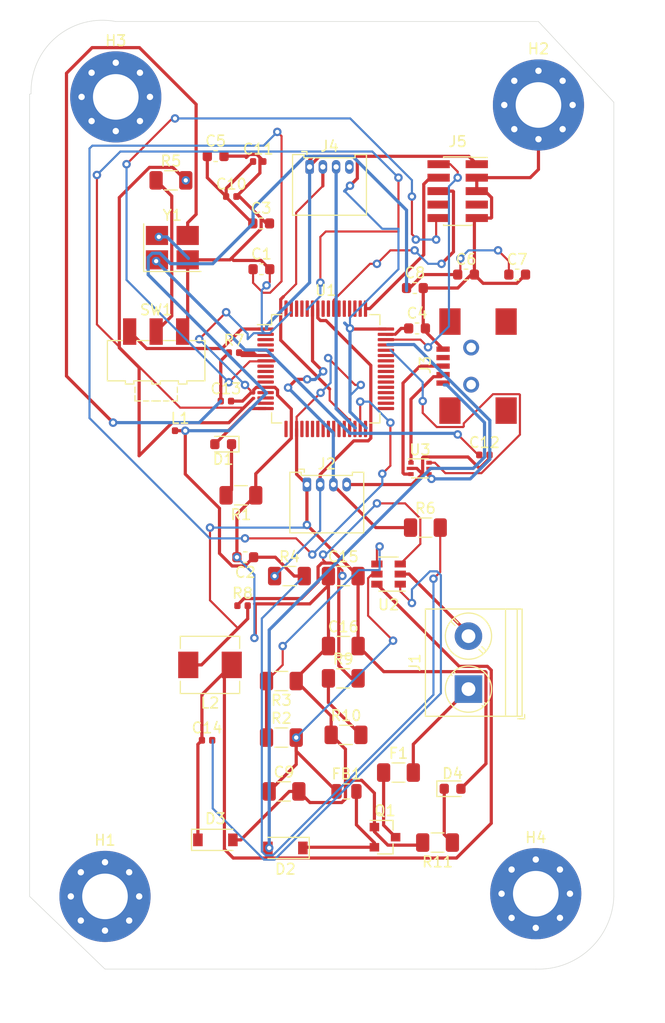
<source format=kicad_pcb>
(kicad_pcb (version 20171130) (host pcbnew "(5.1.6)-1")
  (layers (0 F.Cu signal) (1 In1.Cu power) (2 In2.Cu power) (31 B.Cu signal) (34 B.Paste user) (35 F.Paste user) (36 B.SilkS user) (37 F.SilkS user) (38 B.Mask user) (39 F.Mask user) (44 Edge.Cuts user))
  (net 0 "")
  (net 1 "Net-(C1-Pad1)")
  (net 2 GND)
  (net 3 +3.3VA)
  (net 4 "Net-(C4-Pad1)")
  (net 5 BUCK_IN)
  (net 6 HSE_IN)
  (net 7 "Net-(C13-Pad1)")
  (net 8 BUCK_SW)
  (net 9 BUCK_BST)
  (net 10 +3V3)
  (net 11 "Net-(D1-Pad1)")
  (net 12 LED_STATUS)
  (net 13 +5V)
  (net 14 "Net-(D2-Pad1)")
  (net 15 "Net-(D4-Pad1)")
  (net 16 "Net-(F1-Pad1)")
  (net 17 +12V)
  (net 18 I2C1_SCL)
  (net 19 I2C1_SDA)
  (net 20 USB_CONN_D-)
  (net 21 USB_CONN_D+)
  (net 22 "Net-(J3-Pad4)")
  (net 23 UART3_RX)
  (net 24 UART3_TX)
  (net 25 SWDI0)
  (net 26 SWCLK)
  (net 27 SW0)
  (net 28 "Net-(J5-Pad7)")
  (net 29 "Net-(J5-Pad8)")
  (net 30 NRST)
  (net 31 BUCK_EN)
  (net 32 "Net-(R5-Pad1)")
  (net 33 BOOT0)
  (net 34 HSE_OUT)
  (net 35 BUCK_FB)
  (net 36 "Net-(R10-Pad2)")
  (net 37 "Net-(U1-Pad2)")
  (net 38 "Net-(U1-Pad3)")
  (net 39 "Net-(U1-Pad4)")
  (net 40 "Net-(U1-Pad8)")
  (net 41 "Net-(U1-Pad9)")
  (net 42 "Net-(U1-Pad10)")
  (net 43 "Net-(U1-Pad11)")
  (net 44 "Net-(U1-Pad14)")
  (net 45 "Net-(U1-Pad15)")
  (net 46 "Net-(U1-Pad17)")
  (net 47 "Net-(U1-Pad20)")
  (net 48 "Net-(U1-Pad21)")
  (net 49 "Net-(U1-Pad22)")
  (net 50 "Net-(U1-Pad23)")
  (net 51 "Net-(U1-Pad24)")
  (net 52 "Net-(U1-Pad25)")
  (net 53 "Net-(U1-Pad26)")
  (net 54 "Net-(U1-Pad27)")
  (net 55 "Net-(U1-Pad28)")
  (net 56 "Net-(U1-Pad33)")
  (net 57 "Net-(U1-Pad34)")
  (net 58 "Net-(U1-Pad35)")
  (net 59 "Net-(U1-Pad36)")
  (net 60 "Net-(U1-Pad37)")
  (net 61 "Net-(U1-Pad38)")
  (net 62 "Net-(U1-Pad39)")
  (net 63 "Net-(U1-Pad40)")
  (net 64 "Net-(U1-Pad41)")
  (net 65 "Net-(U1-Pad42)")
  (net 66 "Net-(U1-Pad43)")
  (net 67 USB_D-)
  (net 68 USB_D+)
  (net 69 "Net-(U1-Pad50)")
  (net 70 "Net-(U1-Pad51)")
  (net 71 "Net-(U1-Pad52)")
  (net 72 "Net-(U1-Pad53)")
  (net 73 "Net-(U1-Pad54)")
  (net 74 "Net-(U1-Pad56)")
  (net 75 "Net-(U1-Pad57)")
  (net 76 "Net-(U1-Pad61)")
  (net 77 "Net-(U1-Pad62)")
  (module Capacitor_SMD:C_0603_1608Metric (layer F.Cu) (at 73.9395 77.47)
    (fp_text reference C1 (at 0 -1.43) (layer F.SilkS))
    (fp_text value 2u2)
    (pad 1 smd roundrect (at -0.7875 0) (size 0.875 0.95) (layers F.Cu F.Paste F.Mask) (net 1 "Net-(C1-Pad1)"))
    (pad 2 smd roundrect (at 0.7875 0) (size 0.875 0.95) (layers F.Cu F.Paste F.Mask) (net 2 GND))
  )
  (module Capacitor_SMD:C_0603_1608Metric (layer F.Cu) (at 72.4155 104.648 180)
    (fp_text reference C2 (at 0 -1.43) (layer F.SilkS))
    (fp_text value 4u7)
    (pad 2 smd roundrect (at 0.7875 0 180) (size 0.875 0.95) (layers F.Cu F.Paste F.Mask) (net 2 GND))
    (pad 1 smd roundrect (at -0.7875 0 180) (size 0.875 0.95) (layers F.Cu F.Paste F.Mask) (net 3 +3.3VA))
  )
  (module Capacitor_SMD:C_0603_1608Metric (layer F.Cu) (at 73.914 73.152)
    (fp_text reference C3 (at 0 -1.43) (layer F.SilkS))
    (fp_text value 100n)
    (pad 1 smd roundrect (at -0.7875 0) (size 0.875 0.95) (layers F.Cu F.Paste F.Mask) (net 3 +3.3VA))
    (pad 2 smd roundrect (at 0.7875 0) (size 0.875 0.95) (layers F.Cu F.Paste F.Mask) (net 2 GND))
  )
  (module Capacitor_SMD:C_0603_1608Metric (layer F.Cu) (at 88.6205 83.058)
    (fp_text reference C4 (at 0 -1.43) (layer F.SilkS))
    (fp_text value 2u2)
    (pad 2 smd roundrect (at 0.7875 0) (size 0.875 0.95) (layers F.Cu F.Paste F.Mask) (net 2 GND))
    (pad 1 smd roundrect (at -0.7875 0) (size 0.875 0.95) (layers F.Cu F.Paste F.Mask) (net 4 "Net-(C4-Pad1)"))
  )
  (module Capacitor_SMD:C_0603_1608Metric (layer F.Cu) (at 69.6215 66.802)
    (fp_text reference C5 (at 0 -1.43) (layer F.SilkS))
    (fp_text value 100n)
    (pad 2 smd roundrect (at 0.7875 0) (size 0.875 0.95) (layers F.Cu F.Paste F.Mask) (net 2 GND))
    (pad 1 smd roundrect (at -0.7875 0) (size 0.875 0.95) (layers F.Cu F.Paste F.Mask) (net 3 +3.3VA))
  )
  (module Capacitor_SMD:C_0603_1608Metric (layer F.Cu) (at 93.2435 77.978)
    (fp_text reference C6 (at 0 -1.43) (layer F.SilkS))
    (fp_text value 100n)
    (pad 1 smd roundrect (at -0.7875 0) (size 0.875 0.95) (layers F.Cu F.Paste F.Mask) (net 3 +3.3VA))
    (pad 2 smd roundrect (at 0.7875 0) (size 0.875 0.95) (layers F.Cu F.Paste F.Mask) (net 2 GND))
  )
  (module Capacitor_SMD:C_0603_1608Metric (layer F.Cu) (at 98.0695 77.978)
    (fp_text reference C7 (at 0 -1.43) (layer F.SilkS))
    (fp_text value 100n)
    (pad 1 smd roundrect (at -0.7875 0) (size 0.875 0.95) (layers F.Cu F.Paste F.Mask) (net 3 +3.3VA))
    (pad 2 smd roundrect (at 0.7875 0) (size 0.875 0.95) (layers F.Cu F.Paste F.Mask) (net 2 GND))
  )
  (module Capacitor_SMD:C_0603_1608Metric (layer F.Cu) (at 88.4175 79.248)
    (fp_text reference C8 (at 0 -1.43) (layer F.SilkS))
    (fp_text value 100n)
    (pad 2 smd roundrect (at 0.7875 0) (size 0.875 0.95) (layers F.Cu F.Paste F.Mask) (net 2 GND))
    (pad 1 smd roundrect (at -0.7875 0) (size 0.875 0.95) (layers F.Cu F.Paste F.Mask) (net 3 +3.3VA))
  )
  (module Capacitor_SMD:C_1206_3216Metric (layer F.Cu) (at 76.07 126.746)
    (fp_text reference C9 (at 0 -1.82) (layer F.SilkS))
    (fp_text value 10u)
    (pad 1 smd roundrect (at -1.4 0) (size 1.25 1.75) (layers F.Cu F.Paste F.Mask) (roundrect_rratio 0.2) (net 5 BUCK_IN))
    (pad 2 smd roundrect (at 1.4 0) (size 1.25 1.75) (layers F.Cu F.Paste F.Mask) (roundrect_rratio 0.2) (net 2 GND))
  )
  (module Capacitor_SMD:C_0402_1005Metric (layer F.Cu) (at 71.097 70.612)
    (fp_text reference C10 (at 0 -1.17) (layer F.SilkS))
    (fp_text value 1u)
    (pad 2 smd roundrect (at 0.485 0) (size 0.59 0.64) (layers F.Cu F.Paste F.Mask) (net 2 GND))
    (pad 1 smd roundrect (at -0.485 0) (size 0.59 0.64) (layers F.Cu F.Paste F.Mask) (net 3 +3.3VA))
  )
  (module Capacitor_SMD:C_0402_1005Metric (layer F.Cu) (at 73.637 67.31)
    (fp_text reference C11 (at 0 -1.17) (layer F.SilkS))
    (fp_text value 10n)
    (pad 1 smd roundrect (at -0.485 0) (size 0.59 0.64) (layers F.Cu F.Paste F.Mask) (net 3 +3.3VA))
    (pad 2 smd roundrect (at 0.485 0) (size 0.59 0.64) (layers F.Cu F.Paste F.Mask) (net 2 GND))
  )
  (module Capacitor_SMD:C_0402_1005Metric (layer F.Cu) (at 94.973 94.996)
    (fp_text reference C12 (at 0 -1.17) (layer F.SilkS))
    (fp_text value 12p)
    (pad 2 smd roundrect (at 0.485 0) (size 0.59 0.64) (layers F.Cu F.Paste F.Mask) (net 2 GND))
    (pad 1 smd roundrect (at -0.485 0) (size 0.59 0.64) (layers F.Cu F.Paste F.Mask) (net 6 HSE_IN))
  )
  (module Capacitor_SMD:C_0402_1005Metric (layer F.Cu) (at 70.589 89.916)
    (fp_text reference C13 (at 0 -1.17) (layer F.SilkS))
    (fp_text value 12p)
    (pad 1 smd roundrect (at -0.485 0) (size 0.59 0.64) (layers F.Cu F.Paste F.Mask) (net 7 "Net-(C13-Pad1)"))
    (pad 2 smd roundrect (at 0.485 0) (size 0.59 0.64) (layers F.Cu F.Paste F.Mask) (net 2 GND))
  )
  (module Capacitor_SMD:C_0402_1005Metric (layer F.Cu) (at 68.811 121.92)
    (fp_text reference C14 (at 0 -1.17) (layer F.SilkS))
    (fp_text value 10n)
    (pad 1 smd roundrect (at -0.485 0) (size 0.59 0.64) (layers F.Cu F.Paste F.Mask) (net 8 BUCK_SW))
    (pad 2 smd roundrect (at 0.485 0) (size 0.59 0.64) (layers F.Cu F.Paste F.Mask) (net 9 BUCK_BST))
  )
  (module Capacitor_SMD:C_1206_3216Metric (layer F.Cu) (at 81.658 106.426)
    (fp_text reference C15 (at 0 -1.82) (layer F.SilkS))
    (fp_text value 10u)
    (pad 1 smd roundrect (at -1.4 0) (size 1.25 1.75) (layers F.Cu F.Paste F.Mask) (roundrect_rratio 0.2) (net 2 GND))
    (pad 2 smd roundrect (at 1.4 0) (size 1.25 1.75) (layers F.Cu F.Paste F.Mask) (roundrect_rratio 0.2) (net 10 +3V3))
  )
  (module Capacitor_SMD:C_1206_3216Metric (layer F.Cu) (at 81.664 113.03)
    (fp_text reference C16 (at 0 -1.82) (layer F.SilkS))
    (fp_text value 10u)
    (pad 2 smd roundrect (at 1.4 0) (size 1.25 1.75) (layers F.Cu F.Paste F.Mask) (roundrect_rratio 0.2) (net 10 +3V3))
    (pad 1 smd roundrect (at -1.4 0) (size 1.25 1.75) (layers F.Cu F.Paste F.Mask) (roundrect_rratio 0.2) (net 2 GND))
  )
  (module LED_SMD:LED_0603_1608Metric (layer F.Cu) (at 70.3325 93.98 180)
    (fp_text reference D1 (at 0 -1.43) (layer F.SilkS))
    (fp_text value Blue)
    (pad 1 smd roundrect (at -0.7875 0 180) (size 0.875 0.95) (layers F.Cu F.Paste F.Mask) (net 11 "Net-(D1-Pad1)"))
    (pad 2 smd roundrect (at 0.7875 0 180) (size 0.875 0.95) (layers F.Cu F.Paste F.Mask) (net 12 LED_STATUS))
  )
  (module Diode_SMD:D_SOD-123 (layer F.Cu) (at 76.2 132.08 180)
    (fp_text reference D2 (at 0 -2) (layer F.SilkS))
    (fp_text value B5819W)
    (pad 2 smd rect (at 1.65 0 180) (size 0.9 1.2) (layers F.Cu F.Paste F.Mask) (net 13 +5V))
    (pad 1 smd rect (at -1.65 0 180) (size 0.9 1.2) (layers F.Cu F.Paste F.Mask) (net 14 "Net-(D2-Pad1)"))
  )
  (module Diode_SMD:D_SOD-123 (layer F.Cu) (at 69.596 131.318)
    (fp_text reference D3 (at 0 -2) (layer F.SilkS))
    (fp_text value B5819W)
    (pad 1 smd rect (at -1.65 0) (size 0.9 1.2) (layers F.Cu F.Paste F.Mask) (net 8 BUCK_SW))
    (pad 2 smd rect (at 1.65 0) (size 0.9 1.2) (layers F.Cu F.Paste F.Mask) (net 2 GND))
  )
  (module LED_SMD:LED_0603_1608Metric (layer F.Cu) (at 91.9735 126.492)
    (fp_text reference D4 (at 0 -1.43) (layer F.SilkS))
    (fp_text value RED)
    (pad 2 smd roundrect (at 0.7875 0) (size 0.875 0.95) (layers F.Cu F.Paste F.Mask) (net 10 +3V3))
    (pad 1 smd roundrect (at -0.7875 0) (size 0.875 0.95) (layers F.Cu F.Paste F.Mask) (net 15 "Net-(D4-Pad1)"))
  )
  (module Fuse:Fuse_1206_3216Metric (layer F.Cu) (at 86.868 124.968)
    (fp_text reference F1 (at 0 -1.82) (layer F.SilkS))
    (fp_text value 250mA)
    (pad 1 smd roundrect (at -1.4 0) (size 1.25 1.75) (layers F.Cu F.Paste F.Mask) (roundrect_rratio 0.2) (net 16 "Net-(F1-Pad1)"))
    (pad 2 smd roundrect (at 1.4 0) (size 1.25 1.75) (layers F.Cu F.Paste F.Mask) (roundrect_rratio 0.2) (net 17 +12V))
  )
  (module Inductor_SMD:L_0805_2012Metric (layer F.Cu) (at 81.9635 126.746)
    (fp_text reference FB1 (at 0 -1.65) (layer F.SilkS))
    (fp_text value "600 @ 600MHz")
    (pad 1 smd roundrect (at -0.9375 0) (size 0.975 1.4) (layers F.Cu F.Paste F.Mask) (net 5 BUCK_IN))
    (pad 2 smd roundrect (at 0.9375 0) (size 0.975 1.4) (layers F.Cu F.Paste F.Mask) (net 14 "Net-(D2-Pad1)"))
  )
  (module MountingHole:MountingHole_4.3mm_M4_Pad_Via (layer F.Cu) (at 59.182 136.652)
    (fp_text reference H1 (at 0 -5.3) (layer F.SilkS))
    (fp_text value MountingHole_Pad)
    (pad 1 thru_hole circle (at 0 0) (size 8.6 8.6) (drill 4.3) (layers *.Cu *.Mask) (net 2 GND))
    (pad 1 thru_hole circle (at 3.225 0) (size 0.9 0.9) (drill 0.6) (layers *.Cu *.Mask) (net 2 GND))
    (pad 1 thru_hole circle (at 2.280419 2.280419) (size 0.9 0.9) (drill 0.6) (layers *.Cu *.Mask) (net 2 GND))
    (pad 1 thru_hole circle (at 0 3.225) (size 0.9 0.9) (drill 0.6) (layers *.Cu *.Mask) (net 2 GND))
    (pad 1 thru_hole circle (at -2.280419 2.280419) (size 0.9 0.9) (drill 0.6) (layers *.Cu *.Mask) (net 2 GND))
    (pad 1 thru_hole circle (at -3.225 0) (size 0.9 0.9) (drill 0.6) (layers *.Cu *.Mask) (net 2 GND))
    (pad 1 thru_hole circle (at -2.280419 -2.280419) (size 0.9 0.9) (drill 0.6) (layers *.Cu *.Mask) (net 2 GND))
    (pad 1 thru_hole circle (at 0 -3.225) (size 0.9 0.9) (drill 0.6) (layers *.Cu *.Mask) (net 2 GND))
    (pad 1 thru_hole circle (at 2.280419 -2.280419) (size 0.9 0.9) (drill 0.6) (layers *.Cu *.Mask) (net 2 GND))
  )
  (module MountingHole:MountingHole_4.3mm_M4_Pad_Via (layer F.Cu) (at 100.076 61.976)
    (fp_text reference H2 (at 0 -5.3) (layer F.SilkS))
    (fp_text value MountingHole_Pad)
    (pad 1 thru_hole circle (at 2.280419 -2.280419) (size 0.9 0.9) (drill 0.6) (layers *.Cu *.Mask) (net 2 GND))
    (pad 1 thru_hole circle (at 0 -3.225) (size 0.9 0.9) (drill 0.6) (layers *.Cu *.Mask) (net 2 GND))
    (pad 1 thru_hole circle (at -2.280419 -2.280419) (size 0.9 0.9) (drill 0.6) (layers *.Cu *.Mask) (net 2 GND))
    (pad 1 thru_hole circle (at -3.225 0) (size 0.9 0.9) (drill 0.6) (layers *.Cu *.Mask) (net 2 GND))
    (pad 1 thru_hole circle (at -2.280419 2.280419) (size 0.9 0.9) (drill 0.6) (layers *.Cu *.Mask) (net 2 GND))
    (pad 1 thru_hole circle (at 0 3.225) (size 0.9 0.9) (drill 0.6) (layers *.Cu *.Mask) (net 2 GND))
    (pad 1 thru_hole circle (at 2.280419 2.280419) (size 0.9 0.9) (drill 0.6) (layers *.Cu *.Mask) (net 2 GND))
    (pad 1 thru_hole circle (at 3.225 0) (size 0.9 0.9) (drill 0.6) (layers *.Cu *.Mask) (net 2 GND))
    (pad 1 thru_hole circle (at 0 0) (size 8.6 8.6) (drill 4.3) (layers *.Cu *.Mask) (net 2 GND))
  )
  (module MountingHole:MountingHole_4.3mm_M4_Pad_Via (layer F.Cu) (at 60.198 61.214)
    (fp_text reference H3 (at 0 -5.3) (layer F.SilkS))
    (fp_text value MountingHole_Pad)
    (pad 1 thru_hole circle (at 0 0) (size 8.6 8.6) (drill 4.3) (layers *.Cu *.Mask) (net 2 GND))
    (pad 1 thru_hole circle (at 3.225 0) (size 0.9 0.9) (drill 0.6) (layers *.Cu *.Mask) (net 2 GND))
    (pad 1 thru_hole circle (at 2.280419 2.280419) (size 0.9 0.9) (drill 0.6) (layers *.Cu *.Mask) (net 2 GND))
    (pad 1 thru_hole circle (at 0 3.225) (size 0.9 0.9) (drill 0.6) (layers *.Cu *.Mask) (net 2 GND))
    (pad 1 thru_hole circle (at -2.280419 2.280419) (size 0.9 0.9) (drill 0.6) (layers *.Cu *.Mask) (net 2 GND))
    (pad 1 thru_hole circle (at -3.225 0) (size 0.9 0.9) (drill 0.6) (layers *.Cu *.Mask) (net 2 GND))
    (pad 1 thru_hole circle (at -2.280419 -2.280419) (size 0.9 0.9) (drill 0.6) (layers *.Cu *.Mask) (net 2 GND))
    (pad 1 thru_hole circle (at 0 -3.225) (size 0.9 0.9) (drill 0.6) (layers *.Cu *.Mask) (net 2 GND))
    (pad 1 thru_hole circle (at 2.280419 -2.280419) (size 0.9 0.9) (drill 0.6) (layers *.Cu *.Mask) (net 2 GND))
  )
  (module MountingHole:MountingHole_4.3mm_M4_Pad_Via (layer F.Cu) (at 99.822 136.398)
    (fp_text reference H4 (at 0 -5.3) (layer F.SilkS))
    (fp_text value MountingHole_Pad)
    (pad 1 thru_hole circle (at 2.280419 -2.280419) (size 0.9 0.9) (drill 0.6) (layers *.Cu *.Mask) (net 2 GND))
    (pad 1 thru_hole circle (at 0 -3.225) (size 0.9 0.9) (drill 0.6) (layers *.Cu *.Mask) (net 2 GND))
    (pad 1 thru_hole circle (at -2.280419 -2.280419) (size 0.9 0.9) (drill 0.6) (layers *.Cu *.Mask) (net 2 GND))
    (pad 1 thru_hole circle (at -3.225 0) (size 0.9 0.9) (drill 0.6) (layers *.Cu *.Mask) (net 2 GND))
    (pad 1 thru_hole circle (at -2.280419 2.280419) (size 0.9 0.9) (drill 0.6) (layers *.Cu *.Mask) (net 2 GND))
    (pad 1 thru_hole circle (at 0 3.225) (size 0.9 0.9) (drill 0.6) (layers *.Cu *.Mask) (net 2 GND))
    (pad 1 thru_hole circle (at 2.280419 2.280419) (size 0.9 0.9) (drill 0.6) (layers *.Cu *.Mask) (net 2 GND))
    (pad 1 thru_hole circle (at 3.225 0) (size 0.9 0.9) (drill 0.6) (layers *.Cu *.Mask) (net 2 GND))
    (pad 1 thru_hole circle (at 0 0) (size 8.6 8.6) (drill 4.3) (layers *.Cu *.Mask) (net 2 GND))
  )
  (module TerminalBlock_Phoenix:TerminalBlock_Phoenix_PT-1,5-2-5.0-H_1x02_P5.00mm_Horizontal (layer F.Cu) (at 93.472 117.094 90)
    (fp_text reference J1 (at 2.5 -5.06 90) (layer F.SilkS))
    (fp_text value Screw_Terminal_01x02)
    (pad 1 thru_hole rect (at 0 0 90) (size 2.6 2.6) (drill 1.3) (layers *.Cu *.Mask) (net 17 +12V))
    (pad 2 thru_hole circle (at 5 0 90) (size 2.6 2.6) (drill 1.3) (layers *.Cu *.Mask) (net 2 GND))
  )
  (module Connector_Molex:Molex_PicoBlade_53048-0410_1x04_P1.25mm_Horizontal (layer F.Cu) (at 78.232 97.79)
    (fp_text reference J2 (at 1.88 -1.95) (layer F.SilkS))
    (fp_text value Conn_01x04)
    (pad 1 thru_hole roundrect (at 0 0) (size 0.8 1.3) (drill 0.5) (layers *.Cu *.Mask) (net 10 +3V3))
    (pad 2 thru_hole oval (at 1.25 0) (size 0.8 1.3) (drill 0.5) (layers *.Cu *.Mask) (net 18 I2C1_SCL))
    (pad 3 thru_hole oval (at 2.5 0) (size 0.8 1.3) (drill 0.5) (layers *.Cu *.Mask) (net 19 I2C1_SDA))
    (pad 4 thru_hole oval (at 3.75 0) (size 0.8 1.3) (drill 0.5) (layers *.Cu *.Mask) (net 2 GND))
  )
  (module digikey-footprints:USB_Mini_B_Female_UX60-MB-5ST (layer F.Cu) (at 93.726 86.614 90)
    (fp_text reference J3 (at 0.1 -4.325 90) (layer F.SilkS))
    (fp_text value USB_B_Micro)
    (pad SH thru_hole circle (at -1.75 0 90) (size 1.5 1.5) (drill 0.9) (layers *.Cu *.Mask))
    (pad SH thru_hole circle (at 1.75 0 90) (size 1.5 1.5) (drill 0.9) (layers *.Cu *.Mask))
    (pad 1 smd rect (at -1.6 -2.65 90) (size 0.5 1.25) (layers F.Cu F.Paste F.Mask) (net 13 +5V))
    (pad 2 smd rect (at -0.8 -2.65 90) (size 0.5 1.25) (layers F.Cu F.Paste F.Mask) (net 20 USB_CONN_D-))
    (pad 3 smd rect (at 0 -2.65 90) (size 0.5 1.25) (layers F.Cu F.Paste F.Mask) (net 21 USB_CONN_D+))
    (pad 4 smd rect (at 0.8 -2.65 90) (size 0.5 1.25) (layers F.Cu F.Paste F.Mask) (net 22 "Net-(J3-Pad4)"))
    (pad 5 smd rect (at 1.6 -2.65 90) (size 0.5 1.25) (layers F.Cu F.Paste F.Mask) (net 2 GND))
    (pad SH smd rect (at -4.2 -2 90) (size 2.5 2) (layers F.Cu F.Paste F.Mask))
    (pad SH smd rect (at 4.2 -2 90) (size 2.5 2) (layers F.Cu F.Paste F.Mask))
    (pad SH smd rect (at -4.2 3.3 90) (size 2.5 2) (layers F.Cu F.Paste F.Mask))
    (pad SH smd rect (at 4.2 3.3 90) (size 2.5 2) (layers F.Cu F.Paste F.Mask))
  )
  (module Connector_Molex:Molex_PicoBlade_53048-0410_1x04_P1.25mm_Horizontal (layer F.Cu) (at 78.486 67.818)
    (fp_text reference J4 (at 1.88 -1.95) (layer F.SilkS))
    (fp_text value Conn_01x04)
    (pad 4 thru_hole oval (at 3.75 0) (size 0.8 1.3) (drill 0.5) (layers *.Cu *.Mask) (net 2 GND))
    (pad 3 thru_hole oval (at 2.5 0) (size 0.8 1.3) (drill 0.5) (layers *.Cu *.Mask) (net 23 UART3_RX))
    (pad 2 thru_hole oval (at 1.25 0) (size 0.8 1.3) (drill 0.5) (layers *.Cu *.Mask) (net 24 UART3_TX))
    (pad 1 thru_hole roundrect (at 0 0) (size 0.8 1.3) (drill 0.5) (layers *.Cu *.Mask) (net 10 +3V3))
  )
  (module Connector_PinSocket_1.27mm:PinSocket_2x05_P1.27mm_Vertical_SMD (layer F.Cu) (at 92.456 70.104)
    (fp_text reference J5 (at 0 -4.675) (layer F.SilkS))
    (fp_text value SWD)
    (pad 1 smd rect (at 1.8 -2.54) (size 2.1 0.75) (layers F.Cu F.Paste F.Mask) (net 10 +3V3))
    (pad 2 smd rect (at -1.8 -2.54) (size 2.1 0.75) (layers F.Cu F.Paste F.Mask) (net 25 SWDI0))
    (pad 3 smd rect (at 1.8 -1.27) (size 2.1 0.75) (layers F.Cu F.Paste F.Mask) (net 2 GND))
    (pad 4 smd rect (at -1.8 -1.27) (size 2.1 0.75) (layers F.Cu F.Paste F.Mask) (net 26 SWCLK))
    (pad 5 smd rect (at 1.8 0) (size 2.1 0.75) (layers F.Cu F.Paste F.Mask) (net 2 GND))
    (pad 6 smd rect (at -1.8 0) (size 2.1 0.75) (layers F.Cu F.Paste F.Mask) (net 27 SW0))
    (pad 7 smd rect (at 1.8 1.27) (size 2.1 0.75) (layers F.Cu F.Paste F.Mask) (net 28 "Net-(J5-Pad7)"))
    (pad 8 smd rect (at -1.8 1.27) (size 2.1 0.75) (layers F.Cu F.Paste F.Mask) (net 29 "Net-(J5-Pad8)"))
    (pad 9 smd rect (at 1.8 2.54) (size 2.1 0.75) (layers F.Cu F.Paste F.Mask) (net 2 GND))
    (pad 10 smd rect (at -1.8 2.54) (size 2.1 0.75) (layers F.Cu F.Paste F.Mask) (net 30 NRST))
  )
  (module Inductor_SMD:L_0402_1005Metric (layer F.Cu) (at 66.271 92.71)
    (fp_text reference L1 (at 0 -1.17) (layer F.SilkS))
    (fp_text value 39n)
    (pad 1 smd roundrect (at -0.485 0) (size 0.59 0.64) (layers F.Cu F.Paste F.Mask) (net 3 +3.3VA))
    (pad 2 smd roundrect (at 0.485 0) (size 0.59 0.64) (layers F.Cu F.Paste F.Mask) (net 3 +3.3VA))
  )
  (module Inductor_SMD:L_Sunlord_MWSA0518_5.4x5.2mm (layer F.Cu) (at 69.088 114.808 180)
    (fp_text reference L2 (at 0 -3.6) (layer F.SilkS))
    (fp_text value 10u)
    (pad 1 smd rect (at -2.05 0 180) (size 1.9 2.5) (layers F.Cu F.Paste F.Mask) (net 8 BUCK_SW))
    (pad 2 smd rect (at 2.05 0 180) (size 1.9 2.5) (layers F.Cu F.Paste F.Mask) (net 10 +3V3))
  )
  (module Package_TO_SOT_SMD:SOT-23 (layer F.Cu) (at 85.598 131.064)
    (fp_text reference Q1 (at 0 -2.5) (layer F.SilkS))
    (fp_text value AO3401A)
    (pad 1 smd rect (at -1 -0.95) (size 0.9 0.8) (layers F.Cu F.Paste F.Mask) (net 2 GND))
    (pad 2 smd rect (at -1 0.95) (size 0.9 0.8) (layers F.Cu F.Paste F.Mask) (net 14 "Net-(D2-Pad1)"))
    (pad 3 smd rect (at 1 0) (size 0.9 0.8) (layers F.Cu F.Paste F.Mask) (net 16 "Net-(F1-Pad1)"))
  )
  (module Resistor_SMD:R_1206_3216Metric (layer F.Cu) (at 72.006 98.806 180)
    (fp_text reference R1 (at 0 -1.82) (layer F.SilkS))
    (fp_text value 1k5)
    (pad 1 smd roundrect (at -1.4 0 180) (size 1.25 1.75) (layers F.Cu F.Paste F.Mask) (roundrect_rratio 0.2) (net 2 GND))
    (pad 2 smd roundrect (at 1.4 0 180) (size 1.25 1.75) (layers F.Cu F.Paste F.Mask) (roundrect_rratio 0.2) (net 11 "Net-(D1-Pad1)"))
  )
  (module Resistor_SMD:R_1206_3216Metric (layer F.Cu) (at 75.822 121.666)
    (fp_text reference R2 (at 0 -1.82) (layer F.SilkS))
    (fp_text value 100k)
    (pad 2 smd roundrect (at 1.4 0) (size 1.25 1.75) (layers F.Cu F.Paste F.Mask) (roundrect_rratio 0.2) (net 5 BUCK_IN))
    (pad 1 smd roundrect (at -1.4 0) (size 1.25 1.75) (layers F.Cu F.Paste F.Mask) (roundrect_rratio 0.2) (net 31 BUCK_EN))
  )
  (module Resistor_SMD:R_1206_3216Metric (layer F.Cu) (at 75.822 116.332 180)
    (fp_text reference R3 (at 0 -1.82) (layer F.SilkS))
    (fp_text value 68k)
    (pad 2 smd roundrect (at 1.4 0 180) (size 1.25 1.75) (layers F.Cu F.Paste F.Mask) (roundrect_rratio 0.2) (net 31 BUCK_EN))
    (pad 1 smd roundrect (at -1.4 0 180) (size 1.25 1.75) (layers F.Cu F.Paste F.Mask) (roundrect_rratio 0.2) (net 2 GND))
  )
  (module Resistor_SMD:R_1206_3216Metric (layer F.Cu) (at 76.584 106.426)
    (fp_text reference R4 (at 0 -1.82) (layer F.SilkS))
    (fp_text value 2k2)
    (pad 1 smd roundrect (at -1.4 0) (size 1.25 1.75) (layers F.Cu F.Paste F.Mask) (roundrect_rratio 0.2) (net 18 I2C1_SCL))
    (pad 2 smd roundrect (at 1.4 0) (size 1.25 1.75) (layers F.Cu F.Paste F.Mask) (roundrect_rratio 0.2) (net 3 +3.3VA))
  )
  (module Resistor_SMD:R_1206_3216Metric (layer F.Cu) (at 65.402 69.088)
    (fp_text reference R5 (at 0 -1.82) (layer F.SilkS))
    (fp_text value 10k)
    (pad 1 smd roundrect (at -1.4 0) (size 1.25 1.75) (layers F.Cu F.Paste F.Mask) (roundrect_rratio 0.2) (net 32 "Net-(R5-Pad1)"))
    (pad 2 smd roundrect (at 1.4 0) (size 1.25 1.75) (layers F.Cu F.Paste F.Mask) (roundrect_rratio 0.2) (net 33 BOOT0))
  )
  (module Resistor_SMD:R_1206_3216Metric (layer F.Cu) (at 89.408 101.854)
    (fp_text reference R6 (at 0 -1.82) (layer F.SilkS))
    (fp_text value 2k2)
    (pad 2 smd roundrect (at 1.4 0) (size 1.25 1.75) (layers F.Cu F.Paste F.Mask) (roundrect_rratio 0.2) (net 3 +3.3VA))
    (pad 1 smd roundrect (at -1.4 0) (size 1.25 1.75) (layers F.Cu F.Paste F.Mask) (roundrect_rratio 0.2) (net 19 I2C1_SDA))
  )
  (module Resistor_SMD:R_0402_1005Metric (layer F.Cu) (at 71.351 85.344)
    (fp_text reference R7 (at 0 -1.17) (layer F.SilkS))
    (fp_text value 47)
    (pad 1 smd roundrect (at -0.485 0) (size 0.59 0.64) (layers F.Cu F.Paste F.Mask) (net 7 "Net-(C13-Pad1)"))
    (pad 2 smd roundrect (at 0.485 0) (size 0.59 0.64) (layers F.Cu F.Paste F.Mask) (net 34 HSE_OUT))
  )
  (module Resistor_SMD:R_0402_1005Metric (layer F.Cu) (at 72.159 109.22)
    (fp_text reference R8 (at 0 -1.17) (layer F.SilkS))
    (fp_text value 47k)
    (pad 2 smd roundrect (at 0.485 0) (size 0.59 0.64) (layers F.Cu F.Paste F.Mask) (net 10 +3V3))
    (pad 1 smd roundrect (at -0.485 0) (size 0.59 0.64) (layers F.Cu F.Paste F.Mask) (net 35 BUCK_FB))
  )
  (module Resistor_SMD:R_1206_3216Metric (layer F.Cu) (at 81.658 116.078)
    (fp_text reference R9 (at 0 -1.82) (layer F.SilkS))
    (fp_text value 15k)
    (pad 1 smd roundrect (at -1.4 0) (size 1.25 1.75) (layers F.Cu F.Paste F.Mask) (roundrect_rratio 0.2) (net 36 "Net-(R10-Pad2)"))
    (pad 2 smd roundrect (at 1.4 0) (size 1.25 1.75) (layers F.Cu F.Paste F.Mask) (roundrect_rratio 0.2) (net 35 BUCK_FB))
  )
  (module Resistor_SMD:R_1206_3216Metric (layer F.Cu) (at 81.918 121.412)
    (fp_text reference R10 (at 0 -1.82) (layer F.SilkS))
    (fp_text value 270)
    (pad 2 smd roundrect (at 1.4 0) (size 1.25 1.75) (layers F.Cu F.Paste F.Mask) (roundrect_rratio 0.2) (net 36 "Net-(R10-Pad2)"))
    (pad 1 smd roundrect (at -1.4 0) (size 1.25 1.75) (layers F.Cu F.Paste F.Mask) (roundrect_rratio 0.2) (net 2 GND))
  )
  (module Resistor_SMD:R_1206_3216Metric (layer F.Cu) (at 90.554 131.572 180)
    (fp_text reference R11 (at 0 -1.82) (layer F.SilkS))
    (fp_text value 1k)
    (pad 1 smd roundrect (at -1.4 0 180) (size 1.25 1.75) (layers F.Cu F.Paste F.Mask) (roundrect_rratio 0.2) (net 15 "Net-(D4-Pad1)"))
    (pad 2 smd roundrect (at 1.4 0 180) (size 1.25 1.75) (layers F.Cu F.Paste F.Mask) (roundrect_rratio 0.2) (net 2 GND))
  )
  (module Button_Switch_SMD:SW_SPDT_CK-JS102011SAQN (layer F.Cu) (at 64.008 86.106)
    (fp_text reference SW1 (at 0 -4.8) (layer F.SilkS))
    (fp_text value SW_SPDT)
    (pad 1 smd rect (at -2.5 -2.75) (size 1.25 2.5) (layers F.Cu F.Paste F.Mask) (net 10 +3V3))
    (pad 2 smd rect (at 0 -2.75) (size 1.25 2.5) (layers F.Cu F.Paste F.Mask) (net 32 "Net-(R5-Pad1)"))
    (pad 3 smd rect (at 2.5 -2.75) (size 1.25 2.5) (layers F.Cu F.Paste F.Mask) (net 2 GND))
    (pad "" np_thru_hole circle (at -3.4 0) (size 0.9 0.9) (drill 0.9) (layers *.Cu *.Mask))
    (pad "" np_thru_hole circle (at 3.4 0) (size 0.9 0.9) (drill 0.9) (layers *.Cu *.Mask))
  )
  (module Package_QFP:LQFP-64_10x10mm_P0.5mm (layer F.Cu) (at 80.01 86.868)
    (fp_text reference U1 (at 0 -7.4) (layer F.SilkS))
    (fp_text value STM32F405RGT6)
    (pad 1 smd roundrect (at -5.675 -3.75) (size 1.55 0.3) (layers F.Cu F.Paste F.Mask) (net 10 +3V3))
    (pad 2 smd roundrect (at -5.675 -3.25) (size 1.55 0.3) (layers F.Cu F.Paste F.Mask) (net 37 "Net-(U1-Pad2)"))
    (pad 3 smd roundrect (at -5.675 -2.75) (size 1.55 0.3) (layers F.Cu F.Paste F.Mask) (net 38 "Net-(U1-Pad3)"))
    (pad 4 smd roundrect (at -5.675 -2.25) (size 1.55 0.3) (layers F.Cu F.Paste F.Mask) (net 39 "Net-(U1-Pad4)"))
    (pad 5 smd roundrect (at -5.675 -1.75) (size 1.55 0.3) (layers F.Cu F.Paste F.Mask) (net 6 HSE_IN))
    (pad 6 smd roundrect (at -5.675 -1.25) (size 1.55 0.3) (layers F.Cu F.Paste F.Mask) (net 34 HSE_OUT))
    (pad 7 smd roundrect (at -5.675 -0.75) (size 1.55 0.3) (layers F.Cu F.Paste F.Mask) (net 30 NRST))
    (pad 8 smd roundrect (at -5.675 -0.25) (size 1.55 0.3) (layers F.Cu F.Paste F.Mask) (net 40 "Net-(U1-Pad8)"))
    (pad 9 smd roundrect (at -5.675 0.25) (size 1.55 0.3) (layers F.Cu F.Paste F.Mask) (net 41 "Net-(U1-Pad9)"))
    (pad 10 smd roundrect (at -5.675 0.75) (size 1.55 0.3) (layers F.Cu F.Paste F.Mask) (net 42 "Net-(U1-Pad10)"))
    (pad 11 smd roundrect (at -5.675 1.25) (size 1.55 0.3) (layers F.Cu F.Paste F.Mask) (net 43 "Net-(U1-Pad11)"))
    (pad 12 smd roundrect (at -5.675 1.75) (size 1.55 0.3) (layers F.Cu F.Paste F.Mask) (net 2 GND))
    (pad 13 smd roundrect (at -5.675 2.25) (size 1.55 0.3) (layers F.Cu F.Paste F.Mask) (net 3 +3.3VA))
    (pad 14 smd roundrect (at -5.675 2.75) (size 1.55 0.3) (layers F.Cu F.Paste F.Mask) (net 44 "Net-(U1-Pad14)"))
    (pad 15 smd roundrect (at -5.675 3.25) (size 1.55 0.3) (layers F.Cu F.Paste F.Mask) (net 45 "Net-(U1-Pad15)"))
    (pad 16 smd roundrect (at -5.675 3.75) (size 1.55 0.3) (layers F.Cu F.Paste F.Mask) (net 12 LED_STATUS))
    (pad 17 smd roundrect (at -3.75 5.675) (size 0.3 1.55) (layers F.Cu F.Paste F.Mask) (net 46 "Net-(U1-Pad17)"))
    (pad 18 smd roundrect (at -3.25 5.675) (size 0.3 1.55) (layers F.Cu F.Paste F.Mask) (net 2 GND))
    (pad 19 smd roundrect (at -2.75 5.675) (size 0.3 1.55) (layers F.Cu F.Paste F.Mask) (net 10 +3V3))
    (pad 20 smd roundrect (at -2.25 5.675) (size 0.3 1.55) (layers F.Cu F.Paste F.Mask) (net 47 "Net-(U1-Pad20)"))
    (pad 21 smd roundrect (at -1.75 5.675) (size 0.3 1.55) (layers F.Cu F.Paste F.Mask) (net 48 "Net-(U1-Pad21)"))
    (pad 22 smd roundrect (at -1.25 5.675) (size 0.3 1.55) (layers F.Cu F.Paste F.Mask) (net 49 "Net-(U1-Pad22)"))
    (pad 23 smd roundrect (at -0.75 5.675) (size 0.3 1.55) (layers F.Cu F.Paste F.Mask) (net 50 "Net-(U1-Pad23)"))
    (pad 24 smd roundrect (at -0.25 5.675) (size 0.3 1.55) (layers F.Cu F.Paste F.Mask) (net 51 "Net-(U1-Pad24)"))
    (pad 25 smd roundrect (at 0.25 5.675) (size 0.3 1.55) (layers F.Cu F.Paste F.Mask) (net 52 "Net-(U1-Pad25)"))
    (pad 26 smd roundrect (at 0.75 5.675) (size 0.3 1.55) (layers F.Cu F.Paste F.Mask) (net 53 "Net-(U1-Pad26)"))
    (pad 27 smd roundrect (at 1.25 5.675) (size 0.3 1.55) (layers F.Cu F.Paste F.Mask) (net 54 "Net-(U1-Pad27)"))
    (pad 28 smd roundrect (at 1.75 5.675) (size 0.3 1.55) (layers F.Cu F.Paste F.Mask) (net 55 "Net-(U1-Pad28)"))
    (pad 29 smd roundrect (at 2.25 5.675) (size 0.3 1.55) (layers F.Cu F.Paste F.Mask) (net 24 UART3_TX))
    (pad 30 smd roundrect (at 2.75 5.675) (size 0.3 1.55) (layers F.Cu F.Paste F.Mask) (net 23 UART3_RX))
    (pad 31 smd roundrect (at 3.25 5.675) (size 0.3 1.55) (layers F.Cu F.Paste F.Mask) (net 1 "Net-(C1-Pad1)"))
    (pad 32 smd roundrect (at 3.75 5.675) (size 0.3 1.55) (layers F.Cu F.Paste F.Mask) (net 10 +3V3))
    (pad 33 smd roundrect (at 5.675 3.75) (size 1.55 0.3) (layers F.Cu F.Paste F.Mask) (net 56 "Net-(U1-Pad33)"))
    (pad 34 smd roundrect (at 5.675 3.25) (size 1.55 0.3) (layers F.Cu F.Paste F.Mask) (net 57 "Net-(U1-Pad34)"))
    (pad 35 smd roundrect (at 5.675 2.75) (size 1.55 0.3) (layers F.Cu F.Paste F.Mask) (net 58 "Net-(U1-Pad35)"))
    (pad 36 smd roundrect (at 5.675 2.25) (size 1.55 0.3) (layers F.Cu F.Paste F.Mask) (net 59 "Net-(U1-Pad36)"))
    (pad 37 smd roundrect (at 5.675 1.75) (size 1.55 0.3) (layers F.Cu F.Paste F.Mask) (net 60 "Net-(U1-Pad37)"))
    (pad 38 smd roundrect (at 5.675 1.25) (size 1.55 0.3) (layers F.Cu F.Paste F.Mask) (net 61 "Net-(U1-Pad38)"))
    (pad 39 smd roundrect (at 5.675 0.75) (size 1.55 0.3) (layers F.Cu F.Paste F.Mask) (net 62 "Net-(U1-Pad39)"))
    (pad 40 smd roundrect (at 5.675 0.25) (size 1.55 0.3) (layers F.Cu F.Paste F.Mask) (net 63 "Net-(U1-Pad40)"))
    (pad 41 smd roundrect (at 5.675 -0.25) (size 1.55 0.3) (layers F.Cu F.Paste F.Mask) (net 64 "Net-(U1-Pad41)"))
    (pad 42 smd roundrect (at 5.675 -0.75) (size 1.55 0.3) (layers F.Cu F.Paste F.Mask) (net 65 "Net-(U1-Pad42)"))
    (pad 43 smd roundrect (at 5.675 -1.25) (size 1.55 0.3) (layers F.Cu F.Paste F.Mask) (net 66 "Net-(U1-Pad43)"))
    (pad 44 smd roundrect (at 5.675 -1.75) (size 1.55 0.3) (layers F.Cu F.Paste F.Mask) (net 67 USB_D-))
    (pad 45 smd roundrect (at 5.675 -2.25) (size 1.55 0.3) (layers F.Cu F.Paste F.Mask) (net 68 USB_D+))
    (pad 46 smd roundrect (at 5.675 -2.75) (size 1.55 0.3) (layers F.Cu F.Paste F.Mask) (net 25 SWDI0))
    (pad 47 smd roundrect (at 5.675 -3.25) (size 1.55 0.3) (layers F.Cu F.Paste F.Mask) (net 4 "Net-(C4-Pad1)"))
    (pad 48 smd roundrect (at 5.675 -3.75) (size 1.55 0.3) (layers F.Cu F.Paste F.Mask) (net 10 +3V3))
    (pad 49 smd roundrect (at 3.75 -5.675) (size 0.3 1.55) (layers F.Cu F.Paste F.Mask) (net 26 SWCLK))
    (pad 50 smd roundrect (at 3.25 -5.675) (size 0.3 1.55) (layers F.Cu F.Paste F.Mask) (net 69 "Net-(U1-Pad50)"))
    (pad 51 smd roundrect (at 2.75 -5.675) (size 0.3 1.55) (layers F.Cu F.Paste F.Mask) (net 70 "Net-(U1-Pad51)"))
    (pad 52 smd roundrect (at 2.25 -5.675) (size 0.3 1.55) (layers F.Cu F.Paste F.Mask) (net 71 "Net-(U1-Pad52)"))
    (pad 53 smd roundrect (at 1.75 -5.675) (size 0.3 1.55) (layers F.Cu F.Paste F.Mask) (net 72 "Net-(U1-Pad53)"))
    (pad 54 smd roundrect (at 1.25 -5.675) (size 0.3 1.55) (layers F.Cu F.Paste F.Mask) (net 73 "Net-(U1-Pad54)"))
    (pad 55 smd roundrect (at 0.75 -5.675) (size 0.3 1.55) (layers F.Cu F.Paste F.Mask) (net 27 SW0))
    (pad 56 smd roundrect (at 0.25 -5.675) (size 0.3 1.55) (layers F.Cu F.Paste F.Mask) (net 74 "Net-(U1-Pad56)"))
    (pad 57 smd roundrect (at -0.25 -5.675) (size 0.3 1.55) (layers F.Cu F.Paste F.Mask) (net 75 "Net-(U1-Pad57)"))
    (pad 58 smd roundrect (at -0.75 -5.675) (size 0.3 1.55) (layers F.Cu F.Paste F.Mask) (net 18 I2C1_SCL))
    (pad 59 smd roundrect (at -1.25 -5.675) (size 0.3 1.55) (layers F.Cu F.Paste F.Mask) (net 19 I2C1_SDA))
    (pad 60 smd roundrect (at -1.75 -5.675) (size 0.3 1.55) (layers F.Cu F.Paste F.Mask) (net 33 BOOT0))
    (pad 61 smd roundrect (at -2.25 -5.675) (size 0.3 1.55) (layers F.Cu F.Paste F.Mask) (net 76 "Net-(U1-Pad61)"))
    (pad 62 smd roundrect (at -2.75 -5.675) (size 0.3 1.55) (layers F.Cu F.Paste F.Mask) (net 77 "Net-(U1-Pad62)"))
    (pad 63 smd roundrect (at -3.25 -5.675) (size 0.3 1.55) (layers F.Cu F.Paste F.Mask) (net 2 GND))
    (pad 64 smd roundrect (at -3.75 -5.675) (size 0.3 1.55) (layers F.Cu F.Paste F.Mask) (net 10 +3V3))
  )
  (module Package_TO_SOT_SMD:SOT-23-6 (layer F.Cu) (at 85.936 106.238 180)
    (fp_text reference U2 (at 0 -2.9) (layer F.SilkS))
    (fp_text value MP2359DJ-LF-Z)
    (pad 1 smd rect (at -1.1 -0.95 180) (size 1.06 0.65) (layers F.Cu F.Paste F.Mask) (net 9 BUCK_BST))
    (pad 2 smd rect (at -1.1 0 180) (size 1.06 0.65) (layers F.Cu F.Paste F.Mask) (net 2 GND))
    (pad 3 smd rect (at -1.1 0.95 180) (size 1.06 0.65) (layers F.Cu F.Paste F.Mask) (net 35 BUCK_FB))
    (pad 4 smd rect (at 1.1 0.95 180) (size 1.06 0.65) (layers F.Cu F.Paste F.Mask) (net 31 BUCK_EN))
    (pad 6 smd rect (at 1.1 -0.95 180) (size 1.06 0.65) (layers F.Cu F.Paste F.Mask) (net 8 BUCK_SW))
    (pad 5 smd rect (at 1.1 0 180) (size 1.06 0.65) (layers F.Cu F.Paste F.Mask) (net 5 BUCK_IN))
  )
  (module Package_TO_SOT_SMD:SOT-666 (layer F.Cu) (at 88.9 96.266)
    (fp_text reference U3 (at 0 -1.75) (layer F.SilkS))
    (fp_text value USBLC6-2P6)
    (pad 1 smd rect (at -0.85 -0.5375) (size 0.5 0.375) (layers F.Cu F.Paste F.Mask) (net 20 USB_CONN_D-))
    (pad 3 smd rect (at -0.85 0.5375) (size 0.5 0.375) (layers F.Cu F.Paste F.Mask) (net 21 USB_CONN_D+))
    (pad 5 smd rect (at 0.925 0) (size 0.65 0.3) (layers F.Cu F.Paste F.Mask) (net 13 +5V))
    (pad 2 smd rect (at -0.925 0) (size 0.65 0.3) (layers F.Cu F.Paste F.Mask) (net 2 GND))
    (pad 4 smd rect (at 0.85 0.5375) (size 0.5 0.375) (layers F.Cu F.Paste F.Mask) (net 68 USB_D+))
    (pad 6 smd rect (at 0.85 -0.5375) (size 0.5 0.375) (layers F.Cu F.Paste F.Mask) (net 67 USB_D-))
  )
  (module Crystal:Crystal_SMD_3225-4Pin_3.2x2.5mm_HandSoldering (layer F.Cu) (at 65.532 75.438)
    (fp_text reference Y1 (at 0 -3.05) (layer F.SilkS))
    (fp_text value 16MHz)
    (pad 1 smd rect (at -1.45 1.15) (size 2.1 1.8) (layers F.Cu F.Paste F.Mask) (net 6 HSE_IN))
    (pad 2 smd rect (at 1.45 1.15) (size 2.1 1.8) (layers F.Cu F.Paste F.Mask) (net 2 GND))
    (pad 3 smd rect (at 1.45 -1.15) (size 2.1 1.8) (layers F.Cu F.Paste F.Mask) (net 7 "Net-(C13-Pad1)"))
    (pad 4 smd rect (at -1.45 -1.15) (size 2.1 1.8) (layers F.Cu F.Paste F.Mask) (net 2 GND))
  )
  (gr_line (start 52.07 136.652) (end 59.182 143.51) (layer Edge.Cuts) (width 0.05))
  (gr_line (start 100.076 54.102) (end 107.188 61.722) (layer Edge.Cuts) (width 0.05))
  (gr_arc (start 100.076 136.398) (end 99.822001 143.509999) (angle -90) (layer Edge.Cuts) (width 0.05))
  (gr_line (start 52.07 60.96) (end 52.206276 60.916055) (layer Edge.Cuts) (width 0.05))
  (gr_arc (start 58.928 60.706) (end 60.197999 54.102001) (angle -102.6754377) (layer Edge.Cuts) (width 0.05))
  (gr_line (start 52.07 136.652) (end 52.07 60.96) (layer Edge.Cuts) (width 0.05))
  (gr_line (start 99.822 143.51) (end 59.182 143.51) (layer Edge.Cuts) (width 0.05))
  (gr_line (start 107.188 61.722) (end 107.188 136.652) (layer Edge.Cuts) (width 0.05))
  (gr_line (start 60.198 54.102) (end 100.076 54.102) (layer Edge.Cuts) (width 0.05))
  (segment (start 83.26 92.543) (end 83.26 89.968) (width 0.2) (layer F.Cu) (net 1))
  (via (at 83.26 89.968) (size 0.8) (drill 0.4) (layers F.Cu B.Cu) (net 1))
  (segment (start 83.26 89.968) (end 84.126 89.968) (width 0.2) (layer B.Cu) (net 1))
  (segment (start 84.126 89.968) (end 86.106 91.948) (width 0.2) (layer B.Cu) (net 1))
  (via (at 86.106 91.948) (size 0.8) (drill 0.4) (layers F.Cu B.Cu) (net 1))
  (segment (start 86.106 91.948) (end 86.106 96.012) (width 0.2) (layer F.Cu) (net 1))
  (segment (start 86.106 96.012) (end 85.344 96.774) (width 0.2) (layer F.Cu) (net 1))
  (via (at 85.344 96.774) (size 0.8) (drill 0.4) (layers F.Cu B.Cu) (net 1))
  (segment (start 85.344 96.774) (end 85.344 97.79) (width 0.2) (layer B.Cu) (net 1))
  (segment (start 85.344 97.79) (end 78.74 104.394) (width 0.2) (layer B.Cu) (net 1))
  (via (at 78.74 104.394) (size 0.8) (drill 0.4) (layers F.Cu B.Cu) (net 1))
  (segment (start 78.74 104.394) (end 77.216 102.87) (width 0.2) (layer F.Cu) (net 1))
  (segment (start 77.216 102.87) (end 72.39 102.87) (width 0.2) (layer F.Cu) (net 1))
  (via (at 72.39 102.87) (size 0.8) (drill 0.4) (layers F.Cu B.Cu) (net 1))
  (segment (start 57.989999 65.814001) (end 74.139999 65.814001) (width 0.2) (layer B.Cu) (net 1))
  (segment (start 57.719999 91.522001) (end 57.719999 66.084001) (width 0.2) (layer B.Cu) (net 1))
  (segment (start 72.39 102.87) (end 69.067998 102.87) (width 0.2) (layer B.Cu) (net 1))
  (segment (start 57.719999 66.084001) (end 57.989999 65.814001) (width 0.2) (layer B.Cu) (net 1))
  (segment (start 69.067998 102.87) (end 57.719999 91.522001) (width 0.2) (layer B.Cu) (net 1))
  (segment (start 74.139999 65.814001) (end 75.438 64.516) (width 0.2) (layer B.Cu) (net 1))
  (via (at 75.438 64.516) (size 0.8) (drill 0.4) (layers F.Cu B.Cu) (net 1))
  (segment (start 74.085999 79.694001) (end 73.152 78.760002) (width 0.2) (layer F.Cu) (net 1))
  (segment (start 74.758001 79.694001) (end 74.085999 79.694001) (width 0.2) (layer F.Cu) (net 1))
  (segment (start 73.152 78.760002) (end 73.152 77.47) (width 0.2) (layer F.Cu) (net 1))
  (segment (start 75.837999 78.614003) (end 74.758001 79.694001) (width 0.2) (layer F.Cu) (net 1))
  (segment (start 75.837999 64.915999) (end 75.837999 78.614003) (width 0.2) (layer F.Cu) (net 1))
  (segment (start 75.438 64.516) (end 75.837999 64.915999) (width 0.2) (layer F.Cu) (net 1))
  (segment (start 71.074 89.916) (end 72.160942 89.916) (width 0.3) (layer F.Cu) (net 2))
  (segment (start 73.20999 88.866952) (end 73.458942 88.618) (width 0.3) (layer F.Cu) (net 2))
  (segment (start 73.20999 89.154) (end 73.20999 88.866952) (width 0.3) (layer F.Cu) (net 2))
  (segment (start 72.160942 89.916) (end 72.922942 89.154) (width 0.3) (layer F.Cu) (net 2))
  (segment (start 72.922942 89.154) (end 73.20999 89.154) (width 0.3) (layer F.Cu) (net 2))
  (segment (start 73.406 98.806) (end 73.406 96.773058) (width 0.3) (layer F.Cu) (net 2))
  (segment (start 76.76 93.419058) (end 76.76 92.543) (width 0.3) (layer F.Cu) (net 2))
  (segment (start 73.406 96.773058) (end 76.76 93.419058) (width 0.3) (layer F.Cu) (net 2))
  (segment (start 92.46535 79.248) (end 93.73535 77.978) (width 0.3) (layer F.Cu) (net 2))
  (segment (start 93.73535 77.978) (end 94.031 77.978) (width 0.3) (layer F.Cu) (net 2))
  (segment (start 89.205 79.248) (end 92.46535 79.248) (width 0.3) (layer F.Cu) (net 2))
  (segment (start 89.205 82.855) (end 89.408 83.058) (width 0.3) (layer F.Cu) (net 2))
  (segment (start 89.205 79.248) (end 89.205 82.855) (width 0.3) (layer F.Cu) (net 2))
  (segment (start 89.408 83.346) (end 91.076 85.014) (width 0.3) (layer F.Cu) (net 2))
  (segment (start 89.408 83.058) (end 89.408 83.346) (width 0.3) (layer F.Cu) (net 2))
  (segment (start 94.85601 78.80301) (end 98.03199 78.80301) (width 0.3) (layer F.Cu) (net 2))
  (segment (start 98.03199 78.80301) (end 98.857 77.978) (width 0.3) (layer F.Cu) (net 2))
  (segment (start 94.031 77.978) (end 94.85601 78.80301) (width 0.3) (layer F.Cu) (net 2))
  (segment (start 94.031 72.869) (end 94.256 72.644) (width 0.3) (layer F.Cu) (net 2))
  (segment (start 94.031 77.978) (end 94.031 72.869) (width 0.3) (layer F.Cu) (net 2))
  (segment (start 95.656001 70.718999) (end 95.041002 70.104) (width 0.3) (layer F.Cu) (net 2))
  (segment (start 95.656001 72.593999) (end 95.656001 70.718999) (width 0.3) (layer F.Cu) (net 2))
  (segment (start 95.041002 70.104) (end 94.256 70.104) (width 0.3) (layer F.Cu) (net 2))
  (segment (start 95.606 72.644) (end 95.656001 72.593999) (width 0.3) (layer F.Cu) (net 2))
  (segment (start 94.256 72.644) (end 95.606 72.644) (width 0.3) (layer F.Cu) (net 2))
  (segment (start 94.256 70.104) (end 94.256 68.834) (width 0.3) (layer F.Cu) (net 2))
  (segment (start 99.299118 68.834) (end 94.256 68.834) (width 0.3) (layer F.Cu) (net 2))
  (segment (start 100.076 68.057118) (end 99.299118 68.834) (width 0.3) (layer F.Cu) (net 2))
  (segment (start 100.076 61.976) (end 100.076 68.057118) (width 0.3) (layer F.Cu) (net 2))
  (segment (start 74.122 67.256414) (end 74.122 67.31) (width 0.3) (layer F.Cu) (net 2))
  (segment (start 73.505576 66.63999) (end 74.122 67.256414) (width 0.3) (layer F.Cu) (net 2))
  (segment (start 72.798424 66.63999) (end 73.505576 66.63999) (width 0.3) (layer F.Cu) (net 2))
  (segment (start 72.636414 66.802) (end 72.798424 66.63999) (width 0.3) (layer F.Cu) (net 2))
  (segment (start 70.409 66.802) (end 72.636414 66.802) (width 0.3) (layer F.Cu) (net 2))
  (segment (start 76.568 126.746) (end 77.47 126.746) (width 0.3) (layer F.Cu) (net 2))
  (segment (start 71.996 131.318) (end 76.568 126.746) (width 0.3) (layer F.Cu) (net 2))
  (segment (start 71.246 131.318) (end 71.996 131.318) (width 0.3) (layer F.Cu) (net 2))
  (segment (start 81.86351 127.448196) (end 81.86351 122.75751) (width 0.3) (layer F.Cu) (net 2))
  (segment (start 81.515696 127.79601) (end 81.86351 127.448196) (width 0.3) (layer F.Cu) (net 2))
  (segment (start 78.52001 127.79601) (end 81.515696 127.79601) (width 0.3) (layer F.Cu) (net 2))
  (segment (start 81.86351 122.75751) (end 80.518 121.412) (width 0.3) (layer F.Cu) (net 2))
  (segment (start 77.47 126.746) (end 78.52001 127.79601) (width 0.3) (layer F.Cu) (net 2))
  (segment (start 80.518 119.628) (end 77.222 116.332) (width 0.3) (layer F.Cu) (net 2))
  (segment (start 80.518 121.412) (end 80.518 119.628) (width 0.3) (layer F.Cu) (net 2))
  (segment (start 80.264 106.432) (end 80.258 106.426) (width 0.3) (layer F.Cu) (net 2))
  (segment (start 80.264 113.03) (end 80.264 106.432) (width 0.3) (layer F.Cu) (net 2))
  (segment (start 93.472 111.844) (end 93.472 112.094) (width 0.3) (layer F.Cu) (net 2))
  (segment (start 87.866 106.238) (end 93.472 111.844) (width 0.3) (layer F.Cu) (net 2))
  (segment (start 87.036 106.238) (end 87.866 106.238) (width 0.3) (layer F.Cu) (net 2))
  (segment (start 71.628 100.584) (end 73.406 98.806) (width 0.3) (layer F.Cu) (net 2))
  (segment (start 71.628 104.648) (end 71.628 100.584) (width 0.3) (layer F.Cu) (net 2))
  (segment (start 84.598 130.544002) (end 84.598 130.114) (width 0.3) (layer F.Cu) (net 2))
  (segment (start 85.867999 131.814001) (end 84.598 130.544002) (width 0.3) (layer F.Cu) (net 2))
  (segment (start 88.911999 131.814001) (end 85.867999 131.814001) (width 0.3) (layer F.Cu) (net 2))
  (segment (start 89.154 131.572) (end 88.911999 131.814001) (width 0.3) (layer F.Cu) (net 2))
  (segment (start 81.86351 126.243784) (end 81.86351 127.448196) (width 0.3) (layer F.Cu) (net 2))
  (segment (start 82.411304 125.69599) (end 81.86351 126.243784) (width 0.3) (layer F.Cu) (net 2))
  (segment (start 83.390696 125.69599) (end 82.411304 125.69599) (width 0.3) (layer F.Cu) (net 2))
  (segment (start 84.598 126.903294) (end 83.390696 125.69599) (width 0.3) (layer F.Cu) (net 2))
  (segment (start 84.598 130.114) (end 84.598 126.903294) (width 0.3) (layer F.Cu) (net 2))
  (segment (start 71.86585 70.612) (end 71.582 70.612) (width 0.3) (layer F.Cu) (net 2))
  (segment (start 73.91401 72.66016) (end 71.86585 70.612) (width 0.3) (layer F.Cu) (net 2))
  (segment (start 73.91401 73.64384) (end 73.91401 72.66016) (width 0.3) (layer F.Cu) (net 2))
  (segment (start 66.982 76.588) (end 70.96985 76.588) (width 0.3) (layer F.Cu) (net 2))
  (segment (start 74.727 77.47) (end 73.90199 76.64499) (width 0.3) (layer F.Cu) (net 2))
  (segment (start 71.31099 76.64499) (end 71.111925 76.445925) (width 0.3) (layer F.Cu) (net 2))
  (segment (start 70.96985 76.588) (end 71.111925 76.445925) (width 0.3) (layer F.Cu) (net 2))
  (segment (start 73.90199 76.64499) (end 71.31099 76.64499) (width 0.3) (layer F.Cu) (net 2))
  (segment (start 71.111925 76.445925) (end 73.91401 73.64384) (width 0.3) (layer F.Cu) (net 2))
  (segment (start 88.131002 97.79) (end 81.982 97.79) (width 0.3) (layer F.Cu) (net 2))
  (segment (start 89.149999 96.771003) (end 88.131002 97.79) (width 0.3) (layer F.Cu) (net 2))
  (segment (start 89.149999 95.260999) (end 89.149999 96.771003) (width 0.3) (layer F.Cu) (net 2))
  (segment (start 89.219999 95.190999) (end 89.149999 95.260999) (width 0.3) (layer F.Cu) (net 2))
  (segment (start 93.432999 95.190999) (end 89.219999 95.190999) (width 0.3) (layer F.Cu) (net 2))
  (segment (start 94.508 96.266) (end 93.432999 95.190999) (width 0.3) (layer F.Cu) (net 2))
  (segment (start 95.458 95.316) (end 94.508 96.266) (width 0.3) (layer F.Cu) (net 2))
  (segment (start 95.458 94.996) (end 95.458 95.316) (width 0.3) (layer F.Cu) (net 2))
  (segment (start 77.222 116.072) (end 80.264 113.03) (width 0.3) (layer F.Cu) (net 2))
  (segment (start 77.222 116.332) (end 77.222 116.072) (width 0.3) (layer F.Cu) (net 2))
  (segment (start 76.76 90.669038) (end 75.46001 89.369048) (width 0.3) (layer F.Cu) (net 2))
  (segment (start 76.76 92.543) (end 76.76 90.669038) (width 0.3) (layer F.Cu) (net 2))
  (segment (start 75.46001 88.866952) (end 75.211058 88.618) (width 0.3) (layer F.Cu) (net 2))
  (segment (start 75.46001 89.369048) (end 75.46001 88.866952) (width 0.3) (layer F.Cu) (net 2))
  (segment (start 73.458942 88.618) (end 75.211058 88.618) (width 0.3) (layer F.Cu) (net 2))
  (via (at 64.262 74.422) (size 0.8) (drill 0.4) (layers F.Cu B.Cu) (net 2))
  (segment (start 64.082 74.288) (end 64.128 74.288) (width 0.3) (layer F.Cu) (net 2))
  (segment (start 64.128 74.288) (end 64.262 74.422) (width 0.3) (layer F.Cu) (net 2))
  (segment (start 64.262 74.422) (end 65.024 74.422) (width 0.3) (layer B.Cu) (net 2))
  (segment (start 65.024 74.422) (end 67.056 76.454) (width 0.3) (layer B.Cu) (net 2))
  (segment (start 72.798424 66.63999) (end 72.50699 66.931424) (width 0.3) (layer F.Cu) (net 2))
  (segment (start 73.79701 66.931424) (end 73.505576 66.63999) (width 0.3) (layer F.Cu) (net 2))
  (segment (start 71.582 70.612) (end 73.79701 68.39699) (width 0.3) (layer F.Cu) (net 2))
  (segment (start 73.79701 68.39699) (end 73.79701 66.931424) (width 0.3) (layer F.Cu) (net 2))
  (segment (start 88.6 96.266) (end 89.105003 96.771003) (width 0.3) (layer F.Cu) (net 2))
  (segment (start 89.105003 96.771003) (end 89.149999 96.771003) (width 0.3) (layer F.Cu) (net 2))
  (segment (start 87.975 96.266) (end 88.6 96.266) (width 0.3) (layer F.Cu) (net 2))
  (segment (start 66.982 82.882) (end 66.508 83.356) (width 0.3) (layer F.Cu) (net 2))
  (segment (start 66.982 76.588) (end 66.982 82.882) (width 0.3) (layer F.Cu) (net 2))
  (segment (start 74.40585 73.152) (end 73.91401 72.66016) (width 0.3) (layer F.Cu) (net 2))
  (segment (start 74.7015 73.152) (end 74.40585 73.152) (width 0.3) (layer F.Cu) (net 2))
  (segment (start 78.509 109.05) (end 73.28901 109.05) (width 0.3) (layer F.Cu) (net 2))
  (segment (start 80.258 106.426) (end 80.258 107.301) (width 0.3) (layer F.Cu) (net 2))
  (segment (start 80.258 107.301) (end 78.509 109.05) (width 0.3) (layer F.Cu) (net 2))
  (segment (start 74.727 77.47) (end 74.727 78.689) (width 0.2) (layer F.Cu) (net 2))
  (segment (start 74.727 78.689) (end 74.422 78.994) (width 0.2) (layer F.Cu) (net 2))
  (via (at 74.422 78.994) (size 0.8) (drill 0.4) (layers F.Cu B.Cu) (net 2))
  (segment (start 73.97199 83.2444) (end 74.2356 83.50801) (width 0.2) (layer B.Cu) (net 2))
  (segment (start 74.2356 83.50801) (end 74.73399 83.50801) (width 0.2) (layer B.Cu) (net 2))
  (segment (start 74.422 78.994) (end 73.97199 79.44401) (width 0.2) (layer B.Cu) (net 2))
  (segment (start 73.97199 79.44401) (end 73.97199 83.2444) (width 0.2) (layer B.Cu) (net 2))
  (segment (start 74.73399 83.50801) (end 76.708 81.534) (width 0.2) (layer B.Cu) (net 2))
  (segment (start 74.2356 83.50801) (end 73.20999 83.50801) (width 0.2) (layer B.Cu) (net 2))
  (segment (start 73.20999 83.50801) (end 72.644 84.074) (width 0.2) (layer B.Cu) (net 2))
  (segment (start 72.644 84.074) (end 72.644 83.566) (width 0.2) (layer B.Cu) (net 2))
  (segment (start 72.644 83.566) (end 70.612 81.534) (width 0.2) (layer B.Cu) (net 2))
  (via (at 70.612 81.534) (size 0.8) (drill 0.4) (layers F.Cu B.Cu) (net 2))
  (via (at 70.612 81.534) (size 0.8) (drill 0.4) (layers F.Cu B.Cu) (net 2))
  (segment (start 70.612 81.534) (end 68.072 84.074) (width 0.2) (layer F.Cu) (net 2))
  (via (at 68.072 84.074) (size 0.8) (drill 0.4) (layers F.Cu B.Cu) (net 2))
  (segment (start 68.072 84.074) (end 72.39 88.392) (width 0.2) (layer B.Cu) (net 2))
  (via (at 72.39 88.392) (size 0.8) (drill 0.4) (layers F.Cu B.Cu) (net 2))
  (segment (start 72.922942 88.924942) (end 72.922942 89.154) (width 0.2) (layer F.Cu) (net 2))
  (segment (start 72.39 88.392) (end 72.922942 88.924942) (width 0.2) (layer F.Cu) (net 2))
  (segment (start 73.28901 109.08299) (end 73.406 109.19998) (width 0.2) (layer F.Cu) (net 2))
  (segment (start 73.28901 109.05) (end 73.28901 109.08299) (width 0.2) (layer F.Cu) (net 2))
  (segment (start 73.406 109.19998) (end 73.406 112.268) (width 0.2) (layer F.Cu) (net 2))
  (via (at 73.275999 112.268) (size 0.8) (drill 0.4) (layers F.Cu B.Cu) (net 2))
  (segment (start 73.406 112.268) (end 73.275999 112.268) (width 0.2) (layer F.Cu) (net 2))
  (via (at 71.628 104.648) (size 0.8) (drill 0.4) (layers F.Cu B.Cu) (net 2))
  (segment (start 73.275999 112.268) (end 73.275999 106.295999) (width 0.2) (layer B.Cu) (net 2))
  (segment (start 73.275999 106.295999) (end 71.628 104.648) (width 0.2) (layer B.Cu) (net 2))
  (segment (start 68.834 68.834) (end 70.612 70.612) (width 0.3) (layer F.Cu) (net 3))
  (segment (start 68.834 66.802) (end 68.834 68.834) (width 0.3) (layer F.Cu) (net 3))
  (segment (start 73.098414 73.152) (end 73.1265 73.152) (width 0.3) (layer F.Cu) (net 3))
  (segment (start 70.612 70.665586) (end 73.098414 73.152) (width 0.3) (layer F.Cu) (net 3))
  (segment (start 70.612 70.612) (end 70.612 70.665586) (width 0.3) (layer F.Cu) (net 3))
  (segment (start 70.612 69.85) (end 70.612 70.612) (width 0.3) (layer F.Cu) (net 3))
  (segment (start 73.152 67.31) (end 70.612 69.85) (width 0.3) (layer F.Cu) (net 3))
  (segment (start 77.032546 106.426) (end 77.984 106.426) (width 0.3) (layer F.Cu) (net 3))
  (segment (start 75.254546 104.648) (end 77.032546 106.426) (width 0.3) (layer F.Cu) (net 3))
  (segment (start 73.203 104.648) (end 75.254546 104.648) (width 0.3) (layer F.Cu) (net 3))
  (segment (start 69.982464 104.281814) (end 71.17366 105.47301) (width 0.3) (layer F.Cu) (net 3))
  (segment (start 71.17366 105.47301) (end 72.37799 105.47301) (width 0.3) (layer F.Cu) (net 3))
  (segment (start 69.982464 100.03101) (end 69.982464 104.281814) (width 0.3) (layer F.Cu) (net 3))
  (segment (start 72.37799 105.47301) (end 73.203 104.648) (width 0.3) (layer F.Cu) (net 3))
  (segment (start 66.756 96.804546) (end 69.982464 100.03101) (width 0.3) (layer F.Cu) (net 3))
  (segment (start 66.756 92.71) (end 66.756 96.804546) (width 0.3) (layer F.Cu) (net 3))
  (segment (start 65.786 92.71) (end 66.756 92.71) (width 0.3) (layer F.Cu) (net 3))
  (segment (start 92.456 77.978) (end 89.19565 77.978) (width 0.3) (layer F.Cu) (net 3))
  (segment (start 89.19565 77.978) (end 87.92565 79.248) (width 0.3) (layer F.Cu) (net 3))
  (via (at 66.756 92.71) (size 0.8) (drill 0.4) (layers F.Cu B.Cu) (net 3))
  (segment (start 66.756 92.71) (end 70.866 92.71) (width 0.3) (layer B.Cu) (net 3))
  (segment (start 70.866 92.71) (end 74.168 89.408) (width 0.3) (layer B.Cu) (net 3))
  (segment (start 74.168 89.408) (end 74.422 89.154) (width 0.3) (layer B.Cu) (net 3))
  (segment (start 65.36401 76.954008) (end 69.349992 76.954008) (width 0.3) (layer B.Cu) (net 3))
  (segment (start 63.257999 77.989999) (end 63.257999 76.347999) (width 0.3) (layer B.Cu) (net 3))
  (segment (start 64.368001 75.957999) (end 65.36401 76.954008) (width 0.3) (layer B.Cu) (net 3))
  (segment (start 74.422 89.154) (end 63.257999 77.989999) (width 0.3) (layer B.Cu) (net 3))
  (segment (start 63.257999 76.347999) (end 63.647999 75.957999) (width 0.3) (layer B.Cu) (net 3))
  (segment (start 63.647999 75.957999) (end 64.368001 75.957999) (width 0.3) (layer B.Cu) (net 3))
  (segment (start 69.349992 76.954008) (end 73.152 73.152) (width 0.3) (layer B.Cu) (net 3))
  (segment (start 78.058178 66.81799) (end 82.546664 66.81799) (width 0.3) (layer B.Cu) (net 3))
  (segment (start 82.546664 66.81799) (end 87.63 71.901326) (width 0.3) (layer B.Cu) (net 3))
  (segment (start 73.152 73.152) (end 73.152 71.724168) (width 0.3) (layer B.Cu) (net 3))
  (segment (start 73.152 71.724168) (end 78.058178 66.81799) (width 0.3) (layer B.Cu) (net 3))
  (segment (start 87.63 71.901326) (end 87.63 79.502) (width 0.3) (layer B.Cu) (net 3))
  (segment (start 90.808 101.854) (end 90.808 106.042) (width 0.2) (layer F.Cu) (net 3))
  (segment (start 90.808 106.042) (end 90.17 106.68) (width 0.2) (layer F.Cu) (net 3))
  (via (at 90.17 106.68) (size 0.8) (drill 0.4) (layers F.Cu B.Cu) (net 3))
  (segment (start 73.975999 132.416001) (end 73.975999 110.428001) (width 0.2) (layer B.Cu) (net 3))
  (segment (start 74.339999 132.780001) (end 73.975999 132.416001) (width 0.2) (layer B.Cu) (net 3))
  (segment (start 75.012001 132.780001) (end 74.339999 132.780001) (width 0.2) (layer B.Cu) (net 3))
  (segment (start 90.17 106.68) (end 90.17 117.622002) (width 0.2) (layer B.Cu) (net 3))
  (segment (start 90.17 117.622002) (end 75.012001 132.780001) (width 0.2) (layer B.Cu) (net 3))
  (segment (start 73.975999 110.428001) (end 77.724 106.68) (width 0.2) (layer B.Cu) (net 3))
  (segment (start 97.282 77.978) (end 97.282 76.708) (width 0.2) (layer F.Cu) (net 3))
  (segment (start 97.282 76.708) (end 96.266 75.692) (width 0.2) (layer F.Cu) (net 3))
  (via (at 96.266 75.692) (size 0.8) (drill 0.4) (layers F.Cu B.Cu) (net 3))
  (segment (start 96.266 75.692) (end 93.472 75.692) (width 0.2) (layer B.Cu) (net 3))
  (segment (start 93.472 75.692) (end 92.71 76.454) (width 0.2) (layer B.Cu) (net 3))
  (via (at 92.71 76.454) (size 0.8) (drill 0.4) (layers F.Cu B.Cu) (net 3))
  (segment (start 92.71 77.724) (end 92.456 77.978) (width 0.2) (layer F.Cu) (net 3))
  (segment (start 92.71 76.454) (end 92.71 77.724) (width 0.2) (layer F.Cu) (net 3))
  (segment (start 87.121058 83.058) (end 86.561058 83.618) (width 0.3) (layer F.Cu) (net 4))
  (segment (start 87.833 83.058) (end 87.121058 83.058) (width 0.3) (layer F.Cu) (net 4))
  (segment (start 86.308 83.618) (end 86.25801 83.66799) (width 0.2) (layer F.Cu) (net 4))
  (segment (start 86.561058 83.618) (end 86.308 83.618) (width 0.2) (layer F.Cu) (net 4))
  (segment (start 85.73499 83.66799) (end 85.685 83.618) (width 0.2) (layer F.Cu) (net 4))
  (segment (start 86.25801 83.66799) (end 85.73499 83.66799) (width 0.2) (layer F.Cu) (net 4))
  (segment (start 77.222 122.942) (end 81.026 126.746) (width 0.3) (layer F.Cu) (net 5))
  (segment (start 77.222 121.666) (end 77.222 121.666) (width 0.3) (layer F.Cu) (net 5))
  (segment (start 77.222 124.194) (end 74.67 126.746) (width 0.3) (layer F.Cu) (net 5))
  (segment (start 77.222 121.666) (end 77.222 124.194) (width 0.3) (layer F.Cu) (net 5))
  (via (at 77.222 121.666) (size 0.8) (drill 0.4) (layers F.Cu B.Cu) (net 5))
  (segment (start 77.222 121.666) (end 77.222 122.942) (width 0.3) (layer F.Cu) (net 5))
  (via (at 77.222 121.666) (size 0.8) (drill 0.4) (layers F.Cu B.Cu) (net 5))
  (segment (start 84.005999 106.622999) (end 84.005999 110.167999) (width 0.2) (layer F.Cu) (net 5))
  (segment (start 84.836 106.238) (end 84.390998 106.238) (width 0.2) (layer F.Cu) (net 5))
  (segment (start 84.390998 106.238) (end 84.005999 106.622999) (width 0.2) (layer F.Cu) (net 5))
  (segment (start 84.005999 110.167999) (end 86.36 112.522) (width 0.2) (layer F.Cu) (net 5))
  (via (at 86.36 112.522) (size 0.8) (drill 0.4) (layers F.Cu B.Cu) (net 5))
  (segment (start 77.222 121.66) (end 77.222 121.666) (width 0.2) (layer B.Cu) (net 5))
  (segment (start 86.36 112.522) (end 77.222 121.66) (width 0.2) (layer B.Cu) (net 5))
  (segment (start 64.082 76.588) (end 64.082 76.634) (width 0.3) (layer F.Cu) (net 6))
  (via (at 64.008 76.708) (size 0.8) (drill 0.4) (layers F.Cu B.Cu) (net 6))
  (segment (start 64.082 76.634) (end 64.008 76.708) (width 0.3) (layer F.Cu) (net 6))
  (segment (start 64.008 76.708) (end 72.39 85.09) (width 0.3) (layer B.Cu) (net 6))
  (segment (start 72.39 85.09) (end 74.422 85.09) (width 0.3) (layer B.Cu) (net 6))
  (segment (start 82.288008 92.956008) (end 92.448008 92.956008) (width 0.3) (layer B.Cu) (net 6))
  (segment (start 74.422 85.09) (end 82.288008 92.956008) (width 0.3) (layer B.Cu) (net 6))
  (via (at 92.456 93.064001) (size 0.8) (drill 0.4) (layers F.Cu B.Cu) (net 6))
  (segment (start 92.448008 92.956008) (end 92.448008 93.056009) (width 0.2) (layer B.Cu) (net 6))
  (segment (start 92.448008 93.056009) (end 92.456 93.064001) (width 0.2) (layer B.Cu) (net 6))
  (segment (start 94.387999 94.996) (end 94.488 94.996) (width 0.2) (layer F.Cu) (net 6))
  (segment (start 92.456 93.064001) (end 94.387999 94.996) (width 0.2) (layer F.Cu) (net 6))
  (segment (start 70.104 86.106) (end 70.104 89.916) (width 0.3) (layer F.Cu) (net 7))
  (segment (start 70.866 85.344) (end 70.104 86.106) (width 0.3) (layer F.Cu) (net 7))
  (segment (start 57.965999 56.563999) (end 55.547999 58.981999) (width 0.3) (layer F.Cu) (net 7))
  (segment (start 66.982 73.088) (end 67.77701 72.29299) (width 0.3) (layer F.Cu) (net 7))
  (segment (start 66.982 74.288) (end 66.982 73.088) (width 0.3) (layer F.Cu) (net 7))
  (segment (start 67.77701 61.911008) (end 62.430001 56.563999) (width 0.3) (layer F.Cu) (net 7))
  (segment (start 67.77701 72.29299) (end 67.77701 61.911008) (width 0.3) (layer F.Cu) (net 7))
  (segment (start 55.547999 58.981999) (end 55.547999 87.551999) (width 0.3) (layer F.Cu) (net 7))
  (segment (start 62.430001 56.563999) (end 57.965999 56.563999) (width 0.3) (layer F.Cu) (net 7))
  (segment (start 55.547999 87.551999) (end 59.944 91.948) (width 0.3) (layer F.Cu) (net 7))
  (via (at 59.944 91.948) (size 0.8) (drill 0.4) (layers F.Cu B.Cu) (net 7))
  (via (at 59.944 91.948) (size 0.8) (drill 0.4) (layers F.Cu B.Cu) (net 7))
  (segment (start 59.944 91.948) (end 68.072 91.948) (width 0.3) (layer B.Cu) (net 7))
  (segment (start 68.072 91.948) (end 70.104 89.916) (width 0.3) (layer B.Cu) (net 7))
  (segment (start 67.946 122.3) (end 68.326 121.92) (width 0.3) (layer F.Cu) (net 8))
  (segment (start 67.946 131.318) (end 67.946 122.3) (width 0.3) (layer F.Cu) (net 8))
  (segment (start 68.326 117.62) (end 71.138 114.808) (width 0.3) (layer F.Cu) (net 8))
  (segment (start 68.326 121.92) (end 68.326 117.62) (width 0.3) (layer F.Cu) (net 8))
  (segment (start 95.259111 114.943989) (end 92.591989 114.943989) (width 0.3) (layer F.Cu) (net 8))
  (segment (start 95.622011 115.306889) (end 95.259111 114.943989) (width 0.3) (layer F.Cu) (net 8))
  (segment (start 92.344545 133.030001) (end 95.622011 129.752535) (width 0.3) (layer F.Cu) (net 8))
  (segment (start 71.277999 133.030001) (end 92.344545 133.030001) (width 0.3) (layer F.Cu) (net 8))
  (segment (start 92.591989 114.943989) (end 84.836 107.188) (width 0.3) (layer F.Cu) (net 8))
  (segment (start 70.445999 132.198001) (end 71.277999 133.030001) (width 0.3) (layer F.Cu) (net 8))
  (segment (start 95.622011 129.752535) (end 95.622011 115.306889) (width 0.3) (layer F.Cu) (net 8))
  (segment (start 70.445999 115.500001) (end 70.445999 132.198001) (width 0.3) (layer F.Cu) (net 8))
  (segment (start 71.138 114.808) (end 70.445999 115.500001) (width 0.3) (layer F.Cu) (net 8))
  (segment (start 87.036 107.188) (end 87.036 107.864) (width 0.2) (layer F.Cu) (net 9))
  (segment (start 87.036 107.864) (end 88.138 108.966) (width 0.2) (layer F.Cu) (net 9))
  (via (at 88.138 108.966) (size 0.8) (drill 0.4) (layers F.Cu B.Cu) (net 9))
  (segment (start 75.17769 133.180011) (end 74.17431 133.180011) (width 0.2) (layer B.Cu) (net 9))
  (segment (start 74.17431 133.180011) (end 69.342 128.347701) (width 0.2) (layer B.Cu) (net 9))
  (segment (start 88.138 107.675998) (end 89.833999 105.979999) (width 0.2) (layer B.Cu) (net 9))
  (segment (start 88.138 108.966) (end 88.138 107.675998) (width 0.2) (layer B.Cu) (net 9))
  (segment (start 90.870001 106.343999) (end 90.870001 117.4877) (width 0.2) (layer B.Cu) (net 9))
  (segment (start 90.870001 117.4877) (end 75.17769 133.180011) (width 0.2) (layer B.Cu) (net 9))
  (segment (start 89.833999 105.979999) (end 90.506001 105.979999) (width 0.2) (layer B.Cu) (net 9))
  (segment (start 90.506001 105.979999) (end 90.870001 106.343999) (width 0.2) (layer B.Cu) (net 9))
  (segment (start 69.342 128.347701) (end 69.342 121.92) (width 0.2) (layer B.Cu) (net 9))
  (segment (start 72.644 110.452) (end 72.644 109.22) (width 0.3) (layer F.Cu) (net 10))
  (segment (start 67.038 114.808) (end 68.288 114.808) (width 0.3) (layer F.Cu) (net 10))
  (segment (start 83.058 113.024) (end 83.064 113.03) (width 0.3) (layer F.Cu) (net 10))
  (segment (start 83.058 106.426) (end 83.058 113.024) (width 0.3) (layer F.Cu) (net 10))
  (segment (start 78.232 101.6) (end 78.232 97.79) (width 0.3) (layer F.Cu) (net 10))
  (segment (start 83.058 106.426) (end 78.232 101.6) (width 0.3) (layer F.Cu) (net 10))
  (segment (start 78.232 97.79) (end 78.486 97.79) (width 0.3) (layer F.Cu) (net 10))
  (segment (start 95.122001 115.513999) (end 95.122001 124.130999) (width 0.3) (layer F.Cu) (net 10))
  (segment (start 95.052001 115.443999) (end 95.122001 115.513999) (width 0.3) (layer F.Cu) (net 10))
  (segment (start 85.477999 115.443999) (end 95.052001 115.443999) (width 0.3) (layer F.Cu) (net 10))
  (segment (start 95.122001 124.130999) (end 92.761 126.492) (width 0.3) (layer F.Cu) (net 10))
  (segment (start 83.064 113.03) (end 85.477999 115.443999) (width 0.3) (layer F.Cu) (net 10))
  (segment (start 93.50999 66.81799) (end 94.256 67.564) (width 0.3) (layer F.Cu) (net 10))
  (segment (start 78.83601 66.81799) (end 93.50999 66.81799) (width 0.3) (layer F.Cu) (net 10))
  (segment (start 78.486 67.168) (end 78.83601 66.81799) (width 0.3) (layer F.Cu) (net 10))
  (segment (start 78.486 67.818) (end 78.486 67.168) (width 0.3) (layer F.Cu) (net 10))
  (segment (start 70.230413 84.956001) (end 72.068414 83.118) (width 0.3) (layer F.Cu) (net 10))
  (segment (start 63.108001 84.956001) (end 70.230413 84.956001) (width 0.3) (layer F.Cu) (net 10))
  (segment (start 72.068414 83.118) (end 74.335 83.118) (width 0.3) (layer F.Cu) (net 10))
  (segment (start 61.508 83.356) (end 63.108001 84.956001) (width 0.3) (layer F.Cu) (net 10))
  (segment (start 78.486 67.818) (end 78.486 78.74) (width 0.3) (layer B.Cu) (net 10))
  (segment (start 78.486 78.74) (end 76.2 81.026) (width 0.3) (layer B.Cu) (net 10))
  (segment (start 76.2 81.026) (end 74.422 82.804) (width 0.3) (layer B.Cu) (net 10))
  (segment (start 74.422 82.804) (end 74.422 83.058) (width 0.3) (layer B.Cu) (net 10))
  (segment (start 83.76 92.71) (end 83.76 92.543) (width 0.3) (layer F.Cu) (net 10))
  (segment (start 77.26 96.818) (end 78.232 97.79) (width 0.3) (layer F.Cu) (net 10))
  (segment (start 77.26 92.543) (end 77.26 96.818) (width 0.3) (layer F.Cu) (net 10))
  (segment (start 85.685 83.118) (end 82.356 83.118) (width 0.3) (layer F.Cu) (net 10))
  (via (at 82.296 83.058) (size 0.8) (drill 0.4) (layers F.Cu B.Cu) (net 10))
  (segment (start 82.356 83.118) (end 82.296 83.058) (width 0.3) (layer F.Cu) (net 10))
  (segment (start 82.296 83.058) (end 81.788 82.55) (width 0.3) (layer B.Cu) (net 10))
  (segment (start 81.788 70.104) (end 82.296 69.596) (width 0.3) (layer B.Cu) (net 10))
  (via (at 82.296 69.596) (size 0.8) (drill 0.4) (layers F.Cu B.Cu) (net 10))
  (segment (start 78.486 67.757326) (end 78.486 67.818) (width 0.3) (layer F.Cu) (net 10))
  (segment (start 79.425336 66.81799) (end 78.486 67.757326) (width 0.3) (layer F.Cu) (net 10))
  (segment (start 82.546664 66.81799) (end 79.425336 66.81799) (width 0.3) (layer F.Cu) (net 10))
  (segment (start 82.98601 67.257336) (end 82.546664 66.81799) (width 0.3) (layer F.Cu) (net 10))
  (segment (start 82.98601 68.90599) (end 82.98601 67.257336) (width 0.3) (layer F.Cu) (net 10))
  (segment (start 82.296 69.596) (end 82.98601 68.90599) (width 0.3) (layer F.Cu) (net 10))
  (segment (start 82.296 90.932) (end 83.82 92.456) (width 0.3) (layer B.Cu) (net 10))
  (segment (start 77.26 92.543) (end 77.26 91.396) (width 0.2) (layer F.Cu) (net 10))
  (segment (start 77.26 91.396) (end 79.502 89.154) (width 0.2) (layer F.Cu) (net 10))
  (via (at 79.524331 89.131669) (size 0.8) (drill 0.4) (layers F.Cu B.Cu) (net 10))
  (segment (start 79.502 89.154) (end 79.524331 89.131669) (width 0.2) (layer F.Cu) (net 10))
  (segment (start 80.465861 88.190139) (end 80.465861 86.053861) (width 0.2) (layer B.Cu) (net 10))
  (segment (start 79.524331 89.131669) (end 80.465861 88.190139) (width 0.2) (layer B.Cu) (net 10))
  (segment (start 80.465861 86.053861) (end 80.264 85.852) (width 0.2) (layer B.Cu) (net 10))
  (via (at 80.236 85.852) (size 0.8) (drill 0.4) (layers F.Cu B.Cu) (net 10))
  (segment (start 80.264 85.852) (end 80.236 85.852) (width 0.2) (layer B.Cu) (net 10))
  (segment (start 80.236 85.852) (end 82.776 88.392) (width 0.2) (layer F.Cu) (net 10))
  (segment (start 82.776 88.392) (end 83.312 88.392) (width 0.2) (layer F.Cu) (net 10))
  (via (at 83.312 88.392) (size 0.8) (drill 0.4) (layers F.Cu B.Cu) (net 10))
  (segment (start 83.312 88.392) (end 82.296 89.408) (width 0.2) (layer B.Cu) (net 10))
  (segment (start 82.296 83.058) (end 82.296 89.662) (width 0.3) (layer B.Cu) (net 10))
  (segment (start 82.296 89.408) (end 82.296 89.662) (width 0.2) (layer B.Cu) (net 10))
  (segment (start 82.296 89.662) (end 82.296 90.932) (width 0.3) (layer B.Cu) (net 10))
  (segment (start 71.736 111.36) (end 69.088 108.712) (width 0.2) (layer F.Cu) (net 10))
  (segment (start 71.736 111.36) (end 72.644 110.452) (width 0.3) (layer F.Cu) (net 10))
  (segment (start 68.288 114.808) (end 71.736 111.36) (width 0.3) (layer F.Cu) (net 10))
  (segment (start 69.088 108.712) (end 69.088 101.854) (width 0.2) (layer F.Cu) (net 10))
  (via (at 69.088 101.854) (size 0.8) (drill 0.4) (layers F.Cu B.Cu) (net 10))
  (segment (start 69.088 101.854) (end 77.978 101.854) (width 0.2) (layer B.Cu) (net 10))
  (segment (start 77.978 101.854) (end 78.232 101.6) (width 0.2) (layer B.Cu) (net 10))
  (via (at 78.232 101.6) (size 0.8) (drill 0.4) (layers F.Cu B.Cu) (net 10))
  (segment (start 82.296 83.058) (end 82.296 82.042) (width 0.2) (layer B.Cu) (net 10))
  (segment (start 82.296 82.042) (end 86.868 77.47) (width 0.2) (layer B.Cu) (net 10))
  (segment (start 86.868 77.47) (end 86.868 73.66) (width 0.2) (layer B.Cu) (net 10))
  (segment (start 85.344 73.66) (end 81.788 70.104) (width 0.2) (layer B.Cu) (net 10))
  (segment (start 86.868 73.66) (end 85.344 73.66) (width 0.2) (layer B.Cu) (net 10))
  (segment (start 71.12 98.292) (end 70.606 98.806) (width 0.3) (layer F.Cu) (net 11))
  (segment (start 71.12 93.98) (end 71.12 98.292) (width 0.3) (layer F.Cu) (net 11))
  (segment (start 72.907 90.618) (end 74.335 90.618) (width 0.3) (layer F.Cu) (net 12))
  (segment (start 69.545 93.98) (end 72.907 90.618) (width 0.3) (layer F.Cu) (net 12))
  (via (at 74.676 132.08) (size 0.8) (drill 0.4) (layers F.Cu B.Cu) (net 13))
  (segment (start 74.55 132.08) (end 74.676 132.08) (width 0.3) (layer F.Cu) (net 13))
  (segment (start 74.676 132.08) (end 74.676 111.506) (width 0.3) (layer B.Cu) (net 13))
  (segment (start 74.676 111.506) (end 89.916 96.266) (width 0.3) (layer B.Cu) (net 13))
  (segment (start 94.988008 95.203112) (end 94.988008 91.940008) (width 0.3) (layer B.Cu) (net 13))
  (segment (start 89.916 96.266) (end 93.92512 96.266) (width 0.3) (layer B.Cu) (net 13))
  (segment (start 93.92512 96.266) (end 94.988008 95.203112) (width 0.3) (layer B.Cu) (net 13))
  (segment (start 94.988008 91.940008) (end 91.44 88.392) (width 0.3) (layer B.Cu) (net 13))
  (segment (start 91.44 88.392) (end 91.186 88.392) (width 0.3) (layer B.Cu) (net 13))
  (segment (start 84.598 131.594002) (end 84.598 132.014) (width 0.3) (layer F.Cu) (net 14))
  (segment (start 82.901 129.897002) (end 84.598 131.594002) (width 0.3) (layer F.Cu) (net 14))
  (segment (start 82.901 126.746) (end 82.901 129.897002) (width 0.3) (layer F.Cu) (net 14))
  (segment (start 84.598 132.014) (end 77.916 132.014) (width 0.3) (layer F.Cu) (net 14))
  (segment (start 77.85 132.08) (end 77.916 132.014) (width 0.3) (layer F.Cu) (net 14))
  (segment (start 91.186 130.804) (end 91.954 131.572) (width 0.3) (layer F.Cu) (net 15))
  (segment (start 91.186 126.492) (end 91.186 130.804) (width 0.3) (layer F.Cu) (net 15))
  (segment (start 85.468 129.934) (end 86.598 131.064) (width 0.3) (layer F.Cu) (net 16))
  (segment (start 85.468 124.968) (end 85.468 129.934) (width 0.3) (layer F.Cu) (net 16))
  (segment (start 88.268 122.298) (end 93.472 117.094) (width 0.3) (layer F.Cu) (net 17))
  (segment (start 88.268 124.968) (end 88.268 122.298) (width 0.3) (layer F.Cu) (net 17))
  (segment (start 80.03201 82.31801) (end 80.011048 82.31801) (width 0.3) (layer F.Cu) (net 18))
  (segment (start 84.26001 86.54601) (end 80.03201 82.31801) (width 0.3) (layer F.Cu) (net 18))
  (segment (start 79.482 96.84) (end 82.65399 93.66801) (width 0.3) (layer F.Cu) (net 18))
  (segment (start 79.482 97.79) (end 79.482 96.84) (width 0.3) (layer F.Cu) (net 18))
  (segment (start 82.65399 93.66801) (end 84.011048 93.66801) (width 0.3) (layer F.Cu) (net 18))
  (segment (start 84.26001 93.419048) (end 84.26001 86.54601) (width 0.3) (layer F.Cu) (net 18))
  (segment (start 84.011048 93.66801) (end 84.26001 93.419048) (width 0.3) (layer F.Cu) (net 18))
  (segment (start 79.26 82.069058) (end 79.26 81.193) (width 0.3) (layer F.Cu) (net 18))
  (segment (start 79.508952 82.31801) (end 79.26 82.069058) (width 0.3) (layer F.Cu) (net 18))
  (segment (start 80.03201 82.31801) (end 79.508952 82.31801) (width 0.3) (layer F.Cu) (net 18))
  (via (at 75.184 106.426) (size 0.8) (drill 0.4) (layers F.Cu B.Cu) (net 18))
  (segment (start 79.482 102.128) (end 79.482 97.79) (width 0.2) (layer B.Cu) (net 18))
  (segment (start 75.184 106.426) (end 79.482 102.128) (width 0.2) (layer B.Cu) (net 18))
  (segment (start 88.008 101.854) (end 84.735326 101.854) (width 0.3) (layer F.Cu) (net 19))
  (segment (start 80.732 97.83) (end 80.721663 97.840337) (width 0.3) (layer F.Cu) (net 19))
  (via (at 80.721663 97.840337) (size 0.8) (drill 0.4) (layers F.Cu B.Cu) (net 19))
  (segment (start 84.735326 101.854) (end 80.721663 97.840337) (width 0.3) (layer F.Cu) (net 19))
  (segment (start 80.732 97.79) (end 80.732 97.83) (width 0.3) (layer F.Cu) (net 19))
  (segment (start 80.721663 97.840337) (end 80.671326 97.79) (width 0.3) (layer F.Cu) (net 19))
  (segment (start 80.721663 97.840337) (end 80.721663 92.913663) (width 0.3) (layer B.Cu) (net 19))
  (segment (start 80.721663 92.913663) (end 76.454 88.646) (width 0.3) (layer B.Cu) (net 19))
  (via (at 76.454 88.646) (size 0.8) (drill 0.4) (layers F.Cu B.Cu) (net 19))
  (segment (start 78.76 81.193) (end 78.76 86.126) (width 0.3) (layer F.Cu) (net 19))
  (segment (start 78.76 86.126) (end 79.756 87.122) (width 0.3) (layer F.Cu) (net 19))
  (via (at 79.76586 87.11214) (size 0.8) (drill 0.4) (layers F.Cu B.Cu) (net 19))
  (segment (start 79.756 87.122) (end 79.76586 87.11214) (width 0.3) (layer F.Cu) (net 19))
  (segment (start 79.76586 87.11214) (end 78.994 87.884) (width 0.3) (layer B.Cu) (net 19))
  (segment (start 78.994 87.884) (end 78.232 87.884) (width 0.3) (layer B.Cu) (net 19))
  (via (at 78.254331 87.861669) (size 0.8) (drill 0.4) (layers F.Cu B.Cu) (net 19))
  (segment (start 78.232 87.884) (end 78.254331 87.861669) (width 0.3) (layer B.Cu) (net 19))
  (segment (start 77.238331 87.861669) (end 76.454 88.646) (width 0.3) (layer F.Cu) (net 19))
  (segment (start 78.254331 87.861669) (end 77.238331 87.861669) (width 0.3) (layer F.Cu) (net 19))
  (segment (start 88.05 89.734998) (end 90.170999 87.613999) (width 0.3) (layer F.Cu) (net 20))
  (segment (start 88.05 95.7285) (end 88.05 89.734998) (width 0.3) (layer F.Cu) (net 20))
  (segment (start 90.876001 87.613999) (end 91.076 87.414) (width 0.3) (layer F.Cu) (net 20))
  (segment (start 90.170999 87.613999) (end 90.876001 87.613999) (width 0.3) (layer F.Cu) (net 20))
  (segment (start 88.9 86.614) (end 91.076 86.614) (width 0.3) (layer F.Cu) (net 21))
  (segment (start 87.299999 96.696001) (end 87.299999 88.214001) (width 0.3) (layer F.Cu) (net 21))
  (segment (start 87.299999 88.214001) (end 88.9 86.614) (width 0.3) (layer F.Cu) (net 21))
  (segment (start 87.407498 96.8035) (end 87.299999 96.696001) (width 0.3) (layer F.Cu) (net 21))
  (segment (start 88.05 96.8035) (end 87.407498 96.8035) (width 0.3) (layer F.Cu) (net 21))
  (segment (start 80.986 67.818) (end 80.986 90.638) (width 0.3) (layer B.Cu) (net 23))
  (segment (start 80.986 90.638) (end 82.804 92.456) (width 0.3) (layer B.Cu) (net 23))
  (segment (start 76.008952 80.06799) (end 75.75999 80.316952) (width 0.3) (layer F.Cu) (net 24))
  (segment (start 75.75999 80.316952) (end 75.75999 84.166932) (width 0.3) (layer F.Cu) (net 24))
  (segment (start 82.26 91.666942) (end 82.26 92.543) (width 0.3) (layer F.Cu) (net 24))
  (segment (start 80.378529 89.856183) (end 80.378529 88.785471) (width 0.2) (layer F.Cu) (net 24))
  (segment (start 82.26 91.737654) (end 80.378529 89.856183) (width 0.2) (layer F.Cu) (net 24))
  (segment (start 82.26 92.543) (end 82.26 91.737654) (width 0.2) (layer F.Cu) (net 24))
  (segment (start 75.75999 84.166932) (end 80.378529 88.785471) (width 0.3) (layer F.Cu) (net 24))
  (segment (start 76.008952 80.06799) (end 77.216 78.860942) (width 0.2) (layer F.Cu) (net 24))
  (segment (start 77.216 72.136) (end 79.736 69.616) (width 0.2) (layer F.Cu) (net 24))
  (segment (start 77.216 78.860942) (end 77.216 72.136) (width 0.2) (layer F.Cu) (net 24))
  (segment (start 79.736 67.818) (end 79.736 69.616) (width 0.3) (layer F.Cu) (net 24))
  (segment (start 85.685 84.118) (end 88.944 84.118) (width 0.2) (layer F.Cu) (net 25))
  (segment (start 88.944 84.118) (end 89.662 84.836) (width 0.2) (layer F.Cu) (net 25))
  (via (at 89.662 84.836) (size 0.8) (drill 0.4) (layers F.Cu B.Cu) (net 25))
  (segment (start 91.632001 82.865999) (end 91.632001 69.657999) (width 0.2) (layer B.Cu) (net 25))
  (segment (start 89.662 84.836) (end 91.632001 82.865999) (width 0.2) (layer B.Cu) (net 25))
  (segment (start 91.632001 69.657999) (end 92.456 68.834) (width 0.2) (layer B.Cu) (net 25))
  (via (at 92.456 68.834) (size 0.8) (drill 0.4) (layers F.Cu B.Cu) (net 25))
  (segment (start 92.456 68.268315) (end 91.751685 67.564) (width 0.2) (layer F.Cu) (net 25))
  (segment (start 91.751685 67.564) (end 90.656 67.564) (width 0.2) (layer F.Cu) (net 25))
  (segment (start 92.456 68.834) (end 92.456 68.268315) (width 0.2) (layer F.Cu) (net 25))
  (segment (start 89.870998 68.834) (end 90.656 68.834) (width 0.3) (layer F.Cu) (net 26))
  (segment (start 89.255999 69.448999) (end 89.870998 68.834) (width 0.3) (layer F.Cu) (net 26))
  (segment (start 84.162002 81.193) (end 89.255999 76.099003) (width 0.3) (layer F.Cu) (net 26))
  (segment (start 89.255999 76.099003) (end 89.255999 69.448999) (width 0.3) (layer F.Cu) (net 26))
  (segment (start 83.76 81.193) (end 84.162002 81.193) (width 0.3) (layer F.Cu) (net 26))
  (segment (start 92.056001 75.837999) (end 90.932 76.962) (width 0.3) (layer F.Cu) (net 27))
  (via (at 90.932 76.962) (size 0.8) (drill 0.4) (layers F.Cu B.Cu) (net 27))
  (segment (start 92.056001 70.154001) (end 92.056001 75.837999) (width 0.3) (layer F.Cu) (net 27))
  (segment (start 90.656 70.104) (end 92.006 70.104) (width 0.3) (layer F.Cu) (net 27))
  (segment (start 92.006 70.104) (end 92.056001 70.154001) (width 0.3) (layer F.Cu) (net 27))
  (segment (start 90.932 76.962) (end 89.662 76.962) (width 0.2) (layer B.Cu) (net 27))
  (segment (start 89.662 76.962) (end 88.392 75.692) (width 0.2) (layer B.Cu) (net 27))
  (via (at 88.392 75.692) (size 0.8) (drill 0.4) (layers F.Cu B.Cu) (net 27))
  (segment (start 88.392 75.692) (end 86.106 75.692) (width 0.2) (layer F.Cu) (net 27))
  (segment (start 86.106 75.692) (end 84.836 76.962) (width 0.2) (layer F.Cu) (net 27))
  (via (at 84.836 76.962) (size 0.8) (drill 0.4) (layers F.Cu B.Cu) (net 27))
  (segment (start 80.76 80.387654) (end 80.76 81.193) (width 0.2) (layer F.Cu) (net 27))
  (segment (start 84.185654 76.962) (end 80.76 80.387654) (width 0.2) (layer F.Cu) (net 27))
  (segment (start 84.836 76.962) (end 84.185654 76.962) (width 0.2) (layer F.Cu) (net 27))
  (segment (start 74.335 86.118) (end 75.140346 86.118) (width 0.2) (layer F.Cu) (net 30))
  (segment (start 75.190336 86.16799) (end 72.83601 86.16799) (width 0.2) (layer F.Cu) (net 30))
  (segment (start 75.140346 86.118) (end 75.190336 86.16799) (width 0.2) (layer F.Cu) (net 30))
  (segment (start 72.83601 86.16799) (end 70.866 88.138) (width 0.2) (layer F.Cu) (net 30))
  (via (at 70.866 88.138) (size 0.8) (drill 0.4) (layers F.Cu B.Cu) (net 30))
  (segment (start 70.866 88.138) (end 61.214 78.486) (width 0.2) (layer B.Cu) (net 30))
  (segment (start 61.214 78.486) (end 61.214 67.564) (width 0.2) (layer B.Cu) (net 30))
  (via (at 61.214 67.564) (size 0.8) (drill 0.4) (layers F.Cu B.Cu) (net 30))
  (segment (start 61.214 67.564) (end 65.532 63.246) (width 0.2) (layer F.Cu) (net 30))
  (segment (start 65.532 63.246) (end 65.786 63.246) (width 0.2) (layer F.Cu) (net 30))
  (via (at 65.786 63.246) (size 0.8) (drill 0.4) (layers F.Cu B.Cu) (net 30))
  (segment (start 82.316002 63.246) (end 88.138 69.067998) (width 0.2) (layer B.Cu) (net 30))
  (segment (start 65.786 63.246) (end 82.316002 63.246) (width 0.2) (layer B.Cu) (net 30))
  (segment (start 88.138 69.067998) (end 88.138 70.612) (width 0.2) (layer B.Cu) (net 30))
  (via (at 88.138 70.612) (size 0.8) (drill 0.4) (layers F.Cu B.Cu) (net 30))
  (segment (start 88.138 70.612) (end 88.138 74.168) (width 0.2) (layer F.Cu) (net 30))
  (segment (start 88.138 74.168) (end 88.646 74.676) (width 0.2) (layer F.Cu) (net 30))
  (via (at 88.505999 74.676) (size 0.8) (drill 0.4) (layers F.Cu B.Cu) (net 30))
  (segment (start 88.646 74.676) (end 88.505999 74.676) (width 0.2) (layer F.Cu) (net 30))
  (segment (start 88.505999 74.676) (end 90.424 74.676) (width 0.2) (layer B.Cu) (net 30))
  (via (at 90.424 74.676) (size 0.8) (drill 0.4) (layers F.Cu B.Cu) (net 30))
  (segment (start 90.424 72.876) (end 90.656 72.644) (width 0.2) (layer F.Cu) (net 30))
  (segment (start 90.424 74.676) (end 90.424 72.876) (width 0.2) (layer F.Cu) (net 30))
  (segment (start 74.422 116.332) (end 74.422 121.666) (width 0.3) (layer F.Cu) (net 31))
  (segment (start 84.836 105.288) (end 84.836 103.886) (width 0.2) (layer F.Cu) (net 31))
  (segment (start 84.836 103.886) (end 85.09 103.632) (width 0.2) (layer F.Cu) (net 31))
  (via (at 85.09 103.632) (size 0.8) (drill 0.4) (layers F.Cu B.Cu) (net 31))
  (segment (start 85.09 103.632) (end 85.09 105.86001) (width 0.2) (layer B.Cu) (net 31))
  (segment (start 85.09 105.86001) (end 83.11599 105.86001) (width 0.2) (layer B.Cu) (net 31))
  (segment (start 83.11599 105.86001) (end 75.946 113.03) (width 0.2) (layer B.Cu) (net 31))
  (via (at 75.946 113.03) (size 0.8) (drill 0.4) (layers F.Cu B.Cu) (net 31))
  (segment (start 75.946 114.808) (end 74.422 116.332) (width 0.2) (layer F.Cu) (net 31))
  (segment (start 75.946 113.03) (end 75.946 114.808) (width 0.2) (layer F.Cu) (net 31))
  (segment (start 65.482001 81.881999) (end 64.008 83.356) (width 0.3) (layer F.Cu) (net 32))
  (segment (start 65.482001 70.568001) (end 65.482001 81.881999) (width 0.3) (layer F.Cu) (net 32))
  (segment (start 64.002 69.088) (end 65.482001 70.568001) (width 0.3) (layer F.Cu) (net 32))
  (via (at 66.802 69.088) (size 0.8) (drill 0.4) (layers F.Cu B.Cu) (net 33))
  (segment (start 73.16387 89.65401) (end 73.20999 89.65401) (width 0.3) (layer F.Cu) (net 33))
  (segment (start 65.512415 91.959999) (end 70.857881 91.959999) (width 0.3) (layer F.Cu) (net 33))
  (segment (start 62.400881 95.071533) (end 65.512415 91.959999) (width 0.3) (layer F.Cu) (net 33))
  (segment (start 65.57699 67.86299) (end 63.378464 67.86299) (width 0.3) (layer F.Cu) (net 33))
  (segment (start 60.532999 70.708455) (end 60.532999 84.886001) (width 0.3) (layer F.Cu) (net 33))
  (segment (start 70.857881 91.959999) (end 73.16387 89.65401) (width 0.3) (layer F.Cu) (net 33))
  (segment (start 66.802 69.088) (end 65.57699 67.86299) (width 0.3) (layer F.Cu) (net 33))
  (segment (start 63.378464 67.86299) (end 60.532999 70.708455) (width 0.3) (layer F.Cu) (net 33))
  (segment (start 62.400881 86.753883) (end 62.400881 95.071533) (width 0.3) (layer F.Cu) (net 33))
  (segment (start 60.532999 84.886001) (end 62.400881 86.753883) (width 0.3) (layer F.Cu) (net 33))
  (segment (start 66.273008 90.53601) (end 58.42 82.683002) (width 0.2) (layer F.Cu) (net 33))
  (segment (start 73.16387 89.65401) (end 72.28187 90.53601) (width 0.2) (layer F.Cu) (net 33))
  (segment (start 72.28187 90.53601) (end 66.273008 90.53601) (width 0.2) (layer F.Cu) (net 33))
  (segment (start 58.42 82.683002) (end 58.42 68.58) (width 0.2) (layer F.Cu) (net 33))
  (via (at 58.42 68.58) (size 0.8) (drill 0.4) (layers F.Cu B.Cu) (net 33))
  (segment (start 60.632019 66.367981) (end 84.401981 66.367981) (width 0.2) (layer B.Cu) (net 33))
  (segment (start 58.42 68.58) (end 60.632019 66.367981) (width 0.2) (layer B.Cu) (net 33))
  (segment (start 84.401981 66.367981) (end 86.868 68.834) (width 0.2) (layer B.Cu) (net 33))
  (via (at 86.868 68.834) (size 0.8) (drill 0.4) (layers F.Cu B.Cu) (net 33))
  (segment (start 86.868 68.834) (end 86.868 73.914) (width 0.2) (layer F.Cu) (net 33))
  (via (at 79.502 78.74) (size 0.8) (drill 0.4) (layers F.Cu B.Cu) (net 33))
  (segment (start 79.502 78.74) (end 79.502 80.01) (width 0.2) (layer B.Cu) (net 33))
  (segment (start 79.502 80.01) (end 78.232 81.28) (width 0.2) (layer B.Cu) (net 33))
  (segment (start 86.868 73.914) (end 80.01 73.914) (width 0.2) (layer F.Cu) (net 33))
  (segment (start 79.502 74.422) (end 79.502 78.74) (width 0.2) (layer F.Cu) (net 33))
  (segment (start 80.01 73.914) (end 79.502 74.422) (width 0.2) (layer F.Cu) (net 33))
  (segment (start 73.184942 85.344) (end 73.458942 85.618) (width 0.3) (layer F.Cu) (net 34))
  (segment (start 71.836 85.344) (end 73.184942 85.344) (width 0.3) (layer F.Cu) (net 34))
  (segment (start 72.11 85.618) (end 71.836 85.344) (width 0.3) (layer F.Cu) (net 34))
  (segment (start 74.335 85.618) (end 72.11 85.618) (width 0.3) (layer F.Cu) (net 34))
  (segment (start 79.28299 106.975556) (end 77.708556 108.54999) (width 0.3) (layer F.Cu) (net 35))
  (segment (start 71.674 109.166414) (end 71.674 109.22) (width 0.3) (layer F.Cu) (net 35))
  (segment (start 79.28299 105.552464) (end 79.28299 106.975556) (width 0.3) (layer F.Cu) (net 35))
  (segment (start 72.290424 108.54999) (end 71.674 109.166414) (width 0.3) (layer F.Cu) (net 35))
  (segment (start 79.634464 105.20099) (end 79.28299 105.552464) (width 0.3) (layer F.Cu) (net 35))
  (segment (start 81.23901 105.558464) (end 80.881536 105.20099) (width 0.3) (layer F.Cu) (net 35))
  (segment (start 77.708556 108.54999) (end 72.290424 108.54999) (width 0.3) (layer F.Cu) (net 35))
  (segment (start 81.23901 114.88401) (end 81.23901 105.558464) (width 0.3) (layer F.Cu) (net 35))
  (segment (start 82.433 116.078) (end 81.23901 114.88401) (width 0.3) (layer F.Cu) (net 35))
  (segment (start 83.058 116.078) (end 82.433 116.078) (width 0.3) (layer F.Cu) (net 35))
  (segment (start 87.036 105.288) (end 88.93301 103.39099) (width 0.2) (layer F.Cu) (net 35))
  (segment (start 88.93301 101.001176) (end 87.499834 99.568) (width 0.2) (layer F.Cu) (net 35))
  (segment (start 88.93301 103.39099) (end 88.93301 101.001176) (width 0.2) (layer F.Cu) (net 35))
  (segment (start 87.499834 99.568) (end 84.836 99.568) (width 0.2) (layer F.Cu) (net 35))
  (via (at 84.836 99.568) (size 0.8) (drill 0.4) (layers F.Cu B.Cu) (net 35))
  (segment (start 84.836 99.568) (end 80.01 104.394) (width 0.2) (layer B.Cu) (net 35))
  (via (at 79.756 104.394) (size 0.8) (drill 0.4) (layers F.Cu B.Cu) (net 35))
  (segment (start 80.01 104.394) (end 79.756 104.394) (width 0.2) (layer B.Cu) (net 35))
  (via (at 81.578828 106.407222) (size 0.8) (drill 0.4) (layers F.Cu B.Cu) (net 35))
  (segment (start 79.756 104.394) (end 79.756 104.902) (width 0.2) (layer F.Cu) (net 35))
  (segment (start 79.756 104.902) (end 80.05499 105.20099) (width 0.2) (layer F.Cu) (net 35))
  (segment (start 80.881536 105.20099) (end 80.05499 105.20099) (width 0.3) (layer F.Cu) (net 35))
  (segment (start 80.05499 105.20099) (end 79.634464 105.20099) (width 0.3) (layer F.Cu) (net 35))
  (segment (start 81.578828 105.898282) (end 81.23901 105.558464) (width 0.2) (layer F.Cu) (net 35))
  (segment (start 81.578828 106.407222) (end 81.578828 105.898282) (width 0.2) (layer F.Cu) (net 35))
  (segment (start 80.258 118.352) (end 83.318 121.412) (width 0.3) (layer F.Cu) (net 36))
  (segment (start 80.258 116.078) (end 80.258 118.352) (width 0.3) (layer F.Cu) (net 36))
  (segment (start 90.485999 92.364001) (end 89.154 91.032002) (width 0.2) (layer F.Cu) (net 67))
  (segment (start 91.290011 96.716009) (end 94.694401 96.716009) (width 0.2) (layer F.Cu) (net 67))
  (segment (start 98.326001 93.084409) (end 98.326001 89.323999) (width 0.2) (layer F.Cu) (net 67))
  (segment (start 89.75 95.7285) (end 90.302502 95.7285) (width 0.2) (layer F.Cu) (net 67))
  (segment (start 90.302502 95.7285) (end 91.290011 96.716009) (width 0.2) (layer F.Cu) (net 67))
  (segment (start 98.326001 89.323999) (end 98.266001 89.263999) (width 0.2) (layer F.Cu) (net 67))
  (segment (start 98.266001 89.263999) (end 95.785999 89.263999) (width 0.2) (layer F.Cu) (net 67))
  (segment (start 93.026001 92.304001) (end 92.966001 92.364001) (width 0.2) (layer F.Cu) (net 67))
  (segment (start 94.694401 96.716009) (end 98.326001 93.084409) (width 0.2) (layer F.Cu) (net 67))
  (segment (start 92.966001 92.364001) (end 90.485999 92.364001) (width 0.2) (layer F.Cu) (net 67))
  (segment (start 95.785999 89.263999) (end 93.026001 92.023997) (width 0.2) (layer F.Cu) (net 67))
  (segment (start 93.026001 92.023997) (end 93.026001 92.304001) (width 0.2) (layer F.Cu) (net 67))
  (segment (start 89.154 91.032002) (end 89.154 89.916) (width 0.2) (layer F.Cu) (net 67))
  (via (at 89.154 89.916) (size 0.8) (drill 0.4) (layers F.Cu B.Cu) (net 67))
  (segment (start 89.154 89.916) (end 89.154 88.138) (width 0.2) (layer B.Cu) (net 67))
  (segment (start 89.154 88.138) (end 86.106 85.09) (width 0.2) (layer B.Cu) (net 67))
  (via (at 89.987232 97.25543) (size 0.8) (drill 0.4) (layers F.Cu B.Cu) (net 68))
  (segment (start 89.75 96.8035) (end 89.75 97.018198) (width 0.3) (layer F.Cu) (net 68))
  (segment (start 89.75 97.018198) (end 89.987232 97.25543) (width 0.3) (layer F.Cu) (net 68))
  (segment (start 95.488018 95.410222) (end 95.488018 91.732898) (width 0.3) (layer B.Cu) (net 68))
  (segment (start 95.488018 91.732898) (end 88.33712 84.582) (width 0.3) (layer B.Cu) (net 68))
  (segment (start 89.987232 97.25543) (end 93.64281 97.25543) (width 0.3) (layer B.Cu) (net 68))
  (segment (start 93.64281 97.25543) (end 95.488018 95.410222) (width 0.3) (layer B.Cu) (net 68))
  (segment (start 88.33712 84.582) (end 85.852 84.582) (width 0.3) (layer B.Cu) (net 68))
)
</source>
